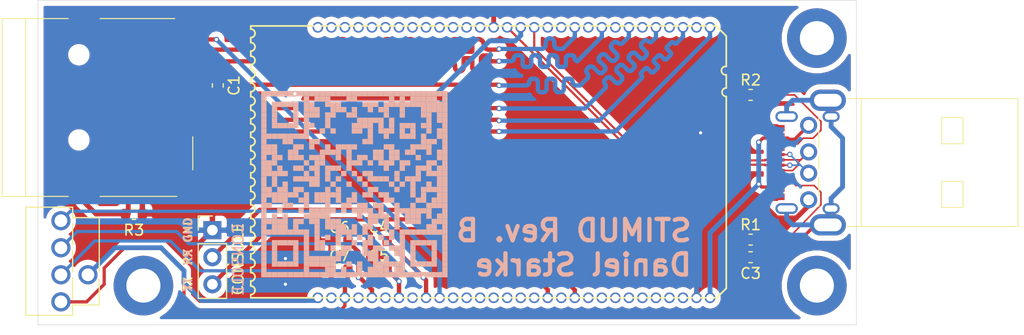
<source format=kicad_pcb>
(kicad_pcb (version 20171130) (host pcbnew "(5.1.5)-3")
  (layers (0 F.Cu signal) (31 B.Cu signal) (34 B.Paste user) (35 F.Paste user) (36 B.SilkS user) (37 F.SilkS user) (38 B.Mask user) (39 F.Mask user) (44 Edge.Cuts user))
  (net 0 "")
  (net 1 /SDC0_D2)
  (net 2 /SDC0_D3)
  (net 3 "Net-(A1-Pad89)")
  (net 4 /SDC0_CMD)
  (net 5 "Net-(A1-Pad90)")
  (net 6 /SDC0_CLK)
  (net 7 "Net-(A1-Pad91)")
  (net 8 /SDC0_D0)
  (net 9 "Net-(A1-Pad92)")
  (net 10 /SDC0_D1)
  (net 11 "Net-(A1-Pad112)")
  (net 12 "Net-(A1-Pad100)")
  (net 13 /3V3)
  (net 14 /USB_D-)
  (net 15 GND)
  (net 16 /USB_D+)
  (net 17 "Net-(A1-Pad113)")
  (net 18 "Net-(A1-Pad128)")
  (net 19 "Net-(A1-Pad114)")
  (net 20 "Net-(A1-Pad1)")
  (net 21 "Net-(A1-Pad119)")
  (net 22 "Net-(A1-Pad2)")
  (net 23 "Net-(A1-Pad120)")
  (net 24 "Net-(A1-Pad3)")
  (net 25 "Net-(A1-Pad121)")
  (net 26 "Net-(A1-Pad4)")
  (net 27 "Net-(A1-Pad124)")
  (net 28 "Net-(A1-Pad5)")
  (net 29 "Net-(A1-Pad125)")
  (net 30 +5V)
  (net 31 "Net-(A1-Pad87)")
  (net 32 "Net-(A1-Pad52)")
  (net 33 "Net-(A1-Pad86)")
  (net 34 "Net-(A1-Pad55)")
  (net 35 "Net-(A1-Pad84)")
  (net 36 "Net-(A1-Pad53)")
  (net 37 "Net-(A1-Pad83)")
  (net 38 /UART0_RX)
  (net 39 "Net-(A1-Pad82)")
  (net 40 /UART0_TX)
  (net 41 "Net-(A1-Pad81)")
  (net 42 "Net-(A1-Pad46)")
  (net 43 "Net-(A1-Pad45)")
  (net 44 "Net-(A1-Pad1V8)")
  (net 45 "Net-(A1-Pad44)")
  (net 46 "Net-(A1-Pad1V2)")
  (net 47 /SDC0_CD)
  (net 48 /SW_8)
  (net 49 "Net-(A1-Pad40)")
  (net 50 /SW_4)
  (net 51 "Net-(A1-Pad39)")
  (net 52 /SW_2)
  (net 53 "Net-(A1-Pad8)")
  (net 54 /SW_1)
  (net 55 "Net-(A1-Pad9)")
  (net 56 /SW_C)
  (net 57 "Net-(C3-Pad2)")
  (net 58 "Net-(J4-PadA8)")
  (net 59 /USB_CC1)
  (net 60 /USB_CC2)
  (net 61 "Net-(J4-PadB8)")
  (net 62 "Net-(A1-Pad3V)")
  (net 63 "Net-(J2-PadS1)")
  (module Resistor_SMD:R_0603_1608Metric (layer F.Cu) (at 85.312 96.2025)
    (fp_text reference R3 (at 0 1.524) (layer F.SilkS))
    (fp_text value 33K)
    (pad 2 smd roundrect (at 0.7875 0) (size 0.875 0.95) (layers F.Cu F.Paste F.Mask) (net 15 GND))
    (pad 1 smd roundrect (at -0.7875 0) (size 0.875 0.95) (layers F.Cu F.Paste F.Mask) (net 63 "Net-(J2-PadS1)"))
  )
  (module Module:Lichee_Pi_Zero (layer F.Cu) (at 96.2848 104.0765)
    (fp_text reference A1 hide)
    (fp_text value Lichee_Pi_Zero hide)
    (pad 101 thru_hole circle (at 43.1292 -25.4) (size 1 1) (drill 0.7) (layers *.Cu *.Mask) (net 1 /SDC0_D2))
    (pad 3V thru_hole circle (at 41.8592 -25.4) (size 1 1) (drill 0.7) (layers *.Cu *.Mask) (net 62 "Net-(A1-Pad3V)"))
    (pad 102 thru_hole circle (at 40.5892 -25.4) (size 1 1) (drill 0.7) (layers *.Cu *.Mask) (net 2 /SDC0_D3))
    (pad 89 thru_hole circle (at 39.3192 -25.4) (size 1 1) (drill 0.7) (layers *.Cu *.Mask) (net 3 "Net-(A1-Pad89)"))
    (pad 103 thru_hole circle (at 38.0492 -25.4) (size 1 1) (drill 0.7) (layers *.Cu *.Mask) (net 4 /SDC0_CMD))
    (pad 90 thru_hole circle (at 36.7792 -25.4) (size 1 1) (drill 0.7) (layers *.Cu *.Mask) (net 5 "Net-(A1-Pad90)"))
    (pad 105 thru_hole circle (at 35.5092 -25.4) (size 1 1) (drill 0.7) (layers *.Cu *.Mask) (net 6 /SDC0_CLK))
    (pad 91 thru_hole circle (at 34.2392 -25.4) (size 1 1) (drill 0.7) (layers *.Cu *.Mask) (net 7 "Net-(A1-Pad91)"))
    (pad 106 thru_hole circle (at 32.9692 -25.4) (size 1 1) (drill 0.7) (layers *.Cu *.Mask) (net 8 /SDC0_D0))
    (pad 92 thru_hole circle (at 31.6992 -25.4) (size 1 1) (drill 0.7) (layers *.Cu *.Mask) (net 9 "Net-(A1-Pad92)"))
    (pad 107 thru_hole circle (at 30.4292 -25.4) (size 1 1) (drill 0.7) (layers *.Cu *.Mask) (net 10 /SDC0_D1))
    (pad 100 thru_hole circle (at 29.1592 -25.4) (size 1 1) (drill 0.7) (layers *.Cu *.Mask) (net 12 "Net-(A1-Pad100)"))
    (pad 112 thru_hole circle (at 27.8892 -25.4) (size 1 1) (drill 0.7) (layers *.Cu *.Mask) (net 11 "Net-(A1-Pad112)"))
    (pad 110 thru_hole circle (at 26.6192 -25.4) (size 1 1) (drill 0.7) (layers *.Cu *.Mask) (net 14 /USB_D-))
    (pad 3V3 thru_hole circle (at 25.3492 -25.4) (size 1 1) (drill 0.7) (layers *.Cu *.Mask) (net 13 /3V3))
    (pad 111 thru_hole circle (at 24.0792 -25.4) (size 1 1) (drill 0.7) (layers *.Cu *.Mask) (net 16 /USB_D+))
    (pad GND thru_hole circle (at 22.8092 -25.4) (size 1 1) (drill 0.7) (layers *.Cu *.Mask) (net 15 GND))
    (pad 113 thru_hole circle (at 21.5392 -25.4) (size 1 1) (drill 0.7) (layers *.Cu *.Mask) (net 17 "Net-(A1-Pad113)"))
    (pad 128 thru_hole circle (at 20.2692 -25.4) (size 1 1) (drill 0.7) (layers *.Cu *.Mask) (net 18 "Net-(A1-Pad128)"))
    (pad 114 thru_hole circle (at 18.9992 -25.4) (size 1 1) (drill 0.7) (layers *.Cu *.Mask) (net 19 "Net-(A1-Pad114)"))
    (pad 1 thru_hole circle (at 17.7292 -25.4) (size 1 1) (drill 0.7) (layers *.Cu *.Mask) (net 20 "Net-(A1-Pad1)"))
    (pad 119 thru_hole circle (at 16.4592 -25.4) (size 1 1) (drill 0.7) (layers *.Cu *.Mask) (net 21 "Net-(A1-Pad119)"))
    (pad 2 thru_hole circle (at 15.1892 -25.4) (size 1 1) (drill 0.7) (layers *.Cu *.Mask) (net 22 "Net-(A1-Pad2)"))
    (pad 120 thru_hole circle (at 13.9192 -25.4) (size 1 1) (drill 0.7) (layers *.Cu *.Mask) (net 23 "Net-(A1-Pad120)"))
    (pad 3 thru_hole circle (at 12.6492 -25.4) (size 1 1) (drill 0.7) (layers *.Cu *.Mask) (net 24 "Net-(A1-Pad3)"))
    (pad 121 thru_hole circle (at 11.3792 -25.4) (size 1 1) (drill 0.7) (layers *.Cu *.Mask) (net 25 "Net-(A1-Pad121)"))
    (pad 4 thru_hole circle (at 10.1092 -25.4) (size 1 1) (drill 0.7) (layers *.Cu *.Mask) (net 26 "Net-(A1-Pad4)"))
    (pad 124 thru_hole circle (at 8.8392 -25.4) (size 1 1) (drill 0.7) (layers *.Cu *.Mask) (net 27 "Net-(A1-Pad124)"))
    (pad 5 thru_hole circle (at 7.5692 -25.4) (size 1 1) (drill 0.7) (layers *.Cu *.Mask) (net 28 "Net-(A1-Pad5)"))
    (pad 125 thru_hole circle (at 6.2992 -25.4) (size 1 1) (drill 0.7) (layers *.Cu *.Mask) (net 29 "Net-(A1-Pad125)"))
    (pad 5V thru_hole circle (at 43.1292 0) (size 1 1) (drill 0.7) (layers *.Cu *.Mask) (net 30 +5V))
    (pad GND thru_hole circle (at 41.8592 0) (size 1 1) (drill 0.7) (layers *.Cu *.Mask) (net 15 GND))
    (pad 54 thru_hole circle (at 40.5892 0) (size 1 1) (drill 0.7) (layers *.Cu *.Mask))
    (pad 87 thru_hole circle (at 39.3192 0) (size 1 1) (drill 0.7) (layers *.Cu *.Mask) (net 31 "Net-(A1-Pad87)"))
    (pad 52 thru_hole circle (at 38.0492 0) (size 1 1) (drill 0.7) (layers *.Cu *.Mask) (net 32 "Net-(A1-Pad52)"))
    (pad 86 thru_hole circle (at 36.7792 0) (size 1 1) (drill 0.7) (layers *.Cu *.Mask) (net 33 "Net-(A1-Pad86)"))
    (pad 55 thru_hole circle (at 35.5092 0) (size 1 1) (drill 0.7) (layers *.Cu *.Mask) (net 34 "Net-(A1-Pad55)"))
    (pad 84 thru_hole circle (at 34.2392 0) (size 1 1) (drill 0.7) (layers *.Cu *.Mask) (net 35 "Net-(A1-Pad84)"))
    (pad 53 thru_hole circle (at 32.9692 0) (size 1 1) (drill 0.7) (layers *.Cu *.Mask) (net 36 "Net-(A1-Pad53)"))
    (pad 83 thru_hole circle (at 31.6992 0) (size 1 1) (drill 0.7) (layers *.Cu *.Mask) (net 37 "Net-(A1-Pad83)"))
    (pad 49 thru_hole circle (at 30.4292 0) (size 1 1) (drill 0.7) (layers *.Cu *.Mask) (net 38 /UART0_RX))
    (pad 82 thru_hole circle (at 29.1592 0) (size 1 1) (drill 0.7) (layers *.Cu *.Mask) (net 39 "Net-(A1-Pad82)"))
    (pad 48 thru_hole circle (at 27.8892 0) (size 1 1) (drill 0.7) (layers *.Cu *.Mask) (net 40 /UART0_TX))
    (pad 81 thru_hole circle (at 26.6192 0) (size 1 1) (drill 0.7) (layers *.Cu *.Mask) (net 41 "Net-(A1-Pad81)"))
    (pad 46 thru_hole circle (at 25.3492 0) (size 1 1) (drill 0.7) (layers *.Cu *.Mask) (net 42 "Net-(A1-Pad46)"))
    (pad 3V3 thru_hole circle (at 24.0792 0) (size 1 1) (drill 0.7) (layers *.Cu *.Mask) (net 13 /3V3))
    (pad 45 thru_hole circle (at 22.8092 0) (size 1 1) (drill 0.7) (layers *.Cu *.Mask) (net 43 "Net-(A1-Pad45)"))
    (pad 1V8 thru_hole circle (at 21.5392 0) (size 1 1) (drill 0.7) (layers *.Cu *.Mask) (net 44 "Net-(A1-Pad1V8)"))
    (pad 44 thru_hole circle (at 20.2692 0) (size 1 1) (drill 0.7) (layers *.Cu *.Mask) (net 45 "Net-(A1-Pad44)"))
    (pad 1V2 thru_hole circle (at 18.9992 0) (size 1 1) (drill 0.7) (layers *.Cu *.Mask) (net 46 "Net-(A1-Pad1V2)"))
    (pad 43 thru_hole circle (at 17.7292 0) (size 1 1) (drill 0.7) (layers *.Cu *.Mask) (net 47 /SDC0_CD))
    (pad 42 thru_hole circle (at 16.4592 0) (size 1 1) (drill 0.7) (layers *.Cu *.Mask) (net 48 /SW_8))
    (pad 40 thru_hole circle (at 15.1892 0) (size 1 1) (drill 0.7) (layers *.Cu *.Mask) (net 49 "Net-(A1-Pad40)"))
    (pad 41 thru_hole circle (at 13.9192 0) (size 1 1) (drill 0.7) (layers *.Cu *.Mask) (net 50 /SW_4))
    (pad 39 thru_hole circle (at 12.6492 0) (size 1 1) (drill 0.7) (layers *.Cu *.Mask) (net 51 "Net-(A1-Pad39)"))
    (pad 10 thru_hole circle (at 11.3792 0) (size 1 1) (drill 0.7) (layers *.Cu *.Mask) (net 52 /SW_2))
    (pad 8 thru_hole circle (at 10.1092 0) (size 1 1) (drill 0.7) (layers *.Cu *.Mask) (net 53 "Net-(A1-Pad8)"))
    (pad 37 thru_hole circle (at 8.8392 0) (size 1 1) (drill 0.7) (layers *.Cu *.Mask) (net 54 /SW_1))
    (pad 9 thru_hole circle (at 7.5692 0) (size 1 1) (drill 0.7) (layers *.Cu *.Mask) (net 55 "Net-(A1-Pad9)"))
    (pad 36 thru_hole circle (at 6.2992 0) (size 1 1) (drill 0.7) (layers *.Cu *.Mask) (net 56 /SW_C))
  )
  (module Symbol:stimud-qr-code (layer B.Cu) (at 106.013 93.4085)
    (fp_text reference STIMUD-QR hide)
    (fp_text value stimud-qr-code hide)
  )
  (module Capacitor_SMD:C_0603_1608Metric (layer F.Cu) (at 104.616 101.4095)
    (fp_text reference C7 (at 0 -1.27) (layer F.SilkS))
    (fp_text value 100n)
    (pad 2 smd roundrect (at 0.7875 0) (size 0.875 0.95) (layers F.Cu F.Paste F.Mask) (net 54 /SW_1))
    (pad 1 smd roundrect (at -0.7875 0) (size 0.875 0.95) (layers F.Cu F.Paste F.Mask) (net 15 GND))
  )
  (module Capacitor_SMD:C_0603_1608Metric (layer F.Cu) (at 104.616 98.7425)
    (fp_text reference C6 (at 0 -1.27) (layer F.SilkS))
    (fp_text value 100n)
    (pad 2 smd roundrect (at 0.7875 0) (size 0.875 0.95) (layers F.Cu F.Paste F.Mask) (net 52 /SW_2))
    (pad 1 smd roundrect (at -0.7875 0) (size 0.875 0.95) (layers F.Cu F.Paste F.Mask) (net 15 GND))
  )
  (module Capacitor_SMD:C_0603_1608Metric (layer F.Cu) (at 108.299 101.4095)
    (fp_text reference C5 (at 0 -1.27) (layer F.SilkS))
    (fp_text value 100n)
    (pad 2 smd roundrect (at 0.7875 0) (size 0.875 0.95) (layers F.Cu F.Paste F.Mask) (net 50 /SW_4))
    (pad 1 smd roundrect (at -0.7875 0) (size 0.875 0.95) (layers F.Cu F.Paste F.Mask) (net 15 GND))
  )
  (module Capacitor_SMD:C_0603_1608Metric (layer F.Cu) (at 108.299 98.7425)
    (fp_text reference C4 (at 0 -1.27) (layer F.SilkS))
    (fp_text value 100n)
    (pad 2 smd roundrect (at 0.7875 0) (size 0.875 0.95) (layers F.Cu F.Paste F.Mask) (net 48 /SW_8))
    (pad 1 smd roundrect (at -0.7875 0) (size 0.875 0.95) (layers F.Cu F.Paste F.Mask) (net 15 GND))
  )
  (module MountingHole:MountingHole_3.2mm_M3_DIN965_Pad (layer F.Cu) (at 86.201 102.9335)
    (fp_text reference H3 hide)
    (fp_text value MountingHole)
    (pad 1 thru_hole circle (at 0 0) (size 5.6 5.6) (drill 3.2) (layers *.Cu *.Mask))
  )
  (module MountingHole:MountingHole_3.2mm_M3_DIN965_Pad (layer F.Cu) (at 149.447 102.9335)
    (fp_text reference H2 hide)
    (fp_text value MountingHole)
    (pad 1 thru_hole circle (at 0 0) (size 5.6 5.6) (drill 3.2) (layers *.Cu *.Mask))
  )
  (module MountingHole:MountingHole_3.2mm_M3_DIN965_Pad (layer F.Cu) (at 149.447 79.6925)
    (fp_text reference H1 hide)
    (fp_text value MountingHole)
    (pad 1 thru_hole circle (at 0 0) (size 5.6 5.6) (drill 3.2) (layers *.Cu *.Mask))
  )
  (module Button_Switch_THT:SW_TH_SC1111 (layer F.Cu) (at 79.724 100.6475 90)
    (fp_text reference SW1 hide)
    (fp_text value SW_Coded_RV4HAF-16R-V-B hide)
    (pad C thru_hole circle (at -1.27 1.27 90) (size 1.8 1.8) (drill 1.2) (layers *.Cu *.Mask) (net 56 /SW_C))
    (pad 8 thru_hole circle (at 3.81 -1.27 90) (size 1.8 1.8) (drill 1.2) (layers *.Cu *.Mask) (net 48 /SW_8))
    (pad 4 thru_hole circle (at 1.27 -1.27 90) (size 1.8 1.8) (drill 1.2) (layers *.Cu *.Mask) (net 50 /SW_4))
    (pad 2 thru_hole circle (at -1.27 -1.27 90) (size 1.8 1.8) (drill 1.2) (layers *.Cu *.Mask) (net 52 /SW_2))
    (pad 1 thru_hole circle (at -3.81 -1.27 90) (size 1.8 1.8) (drill 1.2) (layers *.Cu *.Mask) (net 54 /SW_1))
  )
  (module Connector_Card:microSD_TF-01A (layer F.Cu) (at 85.693 86.1695 270)
    (fp_text reference J2 hide)
    (fp_text value Micro_SD_Card_Det_1 hide)
    (pad S1 smd rect (at -7.747 5.145 270) (size 1.27 2.286) (layers F.Cu F.Paste F.Mask) (net 63 "Net-(J2-PadS1)"))
    (pad S1 smd rect (at 7.747 5.145 270) (size 1.27 2.286) (layers F.Cu F.Paste F.Mask) (net 63 "Net-(J2-PadS1)"))
    (pad S1 smd rect (at 6.985 -4.507 270) (size 1.778 1.397) (layers F.Cu F.Paste F.Mask) (net 63 "Net-(J2-PadS1)"))
    (pad S1 smd rect (at -7.747 -4.507 270) (size 1.27 1.397) (layers F.Cu F.Paste F.Mask) (net 63 "Net-(J2-PadS1)"))
    (pad 9 smd rect (at -6.499 -5.145 270) (size 0.7 2) (layers F.Cu F.Paste F.Mask) (net 47 /SDC0_CD))
    (pad 8 smd rect (at -5.395 -5.145 270) (size 0.7 2) (layers F.Cu F.Paste F.Mask) (net 10 /SDC0_D1))
    (pad 7 smd rect (at -4.297 -5.145 270) (size 0.7 2) (layers F.Cu F.Paste F.Mask) (net 8 /SDC0_D0))
    (pad 6 smd rect (at -3.201 -5.145 270) (size 0.7 2) (layers F.Cu F.Paste F.Mask) (net 15 GND))
    (pad 5 smd rect (at -2.103 -5.145 270) (size 0.7 2) (layers F.Cu F.Paste F.Mask) (net 6 /SDC0_CLK))
    (pad 4 smd rect (at -1.004 -5.145 270) (size 0.7 2) (layers F.Cu F.Paste F.Mask) (net 13 /3V3))
    (pad 3 smd rect (at 0.096 -5.145 270) (size 0.7 2) (layers F.Cu F.Paste F.Mask) (net 4 /SDC0_CMD))
    (pad 2 smd rect (at 1.192 -5.143 270) (size 0.7 2) (layers F.Cu F.Paste F.Mask) (net 2 /SDC0_D3))
    (pad 1 smd rect (at 2.292 -5.145 270) (size 0.7 2) (layers F.Cu F.Paste F.Mask) (net 1 /SDC0_D2))
    (pad "" np_thru_hole circle (at 3.084 5.554 270) (size 1 1) (drill 1) (layers *.Cu *.Mask))
    (pad "" np_thru_hole circle (at -4.915 5.557 270) (size 1 1) (drill 1) (layers *.Cu *.Mask))
  )
  (module Connector_USB:USB_C_HRO_TYPE_C_31_M_12 (layer F.Cu) (at 153.384 91.3765 90)
    (fp_text reference J4 hide)
    (fp_text value USB_C_Receptacle_USB2.0)
    (pad B1 smd rect (at 3.075 -7.695 90) (size 0.3 1.45) (layers F.Cu F.Paste F.Mask) (net 15 GND))
    (pad A9 smd rect (at 2.6 -7.695 90) (size 0.3 1.45) (layers F.Cu F.Paste F.Mask) (net 30 +5V))
    (pad A4 smd rect (at -2.6 -7.695 90) (size 0.3 1.45) (layers F.Cu F.Paste F.Mask) (net 30 +5V))
    (pad A1 smd rect (at -3.375 -7.695 90) (size 0.3 1.45) (layers F.Cu F.Paste F.Mask) (net 15 GND))
    (pad S1 thru_hole oval (at 4.32 -2.6 90) (size 1 1.6) (drill oval 0.6 1.2) (layers *.Cu *.Mask) (net 57 "Net-(C3-Pad2)"))
    (pad S1 thru_hole oval (at -4.32 -2.6 90) (size 1 1.6) (drill oval 0.6 1.2) (layers *.Cu *.Mask) (net 57 "Net-(C3-Pad2)"))
    (pad S1 thru_hole oval (at 4.32 -6.78 90) (size 1 2.1) (drill oval 0.6 1.7) (layers *.Cu *.Mask) (net 57 "Net-(C3-Pad2)"))
    (pad S1 thru_hole oval (at -4.32 -6.78 90) (size 1 2.1) (drill oval 0.6 1.7) (layers *.Cu *.Mask) (net 57 "Net-(C3-Pad2)"))
    (pad "" np_thru_hole circle (at -2.89 -6.25 90) (size 0.65 0.65) (drill 0.65) (layers *.Cu *.Mask))
    (pad "" np_thru_hole circle (at 2.89 -6.25 90) (size 0.65 0.65) (drill 0.65) (layers *.Cu *.Mask))
    (pad A6 smd rect (at -0.25 -7.695 90) (size 0.3 1.45) (layers F.Cu F.Paste F.Mask) (net 16 /USB_D+))
    (pad A7 smd rect (at 0.25 -7.695 90) (size 0.3 1.45) (layers F.Cu F.Paste F.Mask) (net 14 /USB_D-))
    (pad B6 smd rect (at 0.75 -7.695 90) (size 0.3 1.45) (layers F.Cu F.Paste F.Mask) (net 16 /USB_D+))
    (pad B7 smd rect (at -0.75 -7.695 90) (size 0.3 1.45) (layers F.Cu F.Paste F.Mask) (net 14 /USB_D-))
    (pad A8 smd rect (at 1.25 -7.695 90) (size 0.3 1.45) (layers F.Cu F.Paste F.Mask) (net 58 "Net-(J4-PadA8)"))
    (pad A5 smd rect (at -1.25 -7.695 90) (size 0.3 1.45) (layers F.Cu F.Paste F.Mask) (net 59 /USB_CC1))
    (pad B5 smd rect (at 1.75 -7.695 90) (size 0.3 1.45) (layers F.Cu F.Paste F.Mask) (net 60 /USB_CC2))
    (pad B8 smd rect (at -1.75 -7.695 90) (size 0.3 1.45) (layers F.Cu F.Paste F.Mask) (net 61 "Net-(J4-PadB8)"))
    (pad B9 smd rect (at -2.3 -7.695 90) (size 0.3 1.45) (layers F.Cu F.Paste F.Mask) (net 30 +5V))
    (pad B4 smd rect (at 2.3 -7.695 90) (size 0.3 1.45) (layers F.Cu F.Paste F.Mask) (net 30 +5V))
    (pad B12 smd rect (at -3.075 -7.695 90) (size 0.3 1.45) (layers F.Cu F.Paste F.Mask) (net 15 GND))
    (pad A12 smd rect (at 3.375 -7.695 90) (size 0.3 1.45) (layers F.Cu F.Paste F.Mask) (net 15 GND))
  )
  (module Resistor_SMD:R_0603_1608Metric (layer F.Cu) (at 143.224 85.0265)
    (fp_text reference R2 (at 0 -1.397) (layer F.SilkS))
    (fp_text value 5K1)
    (pad 2 smd roundrect (at 0.7875 0) (size 0.875 0.95) (layers F.Cu F.Paste F.Mask) (net 60 /USB_CC2))
    (pad 1 smd roundrect (at -0.7875 0) (size 0.875 0.95) (layers F.Cu F.Paste F.Mask) (net 15 GND))
  )
  (module Resistor_SMD:R_0603_1608Metric (layer F.Cu) (at 143.224 98.6155 180)
    (fp_text reference R1 (at 0 1.397) (layer F.SilkS))
    (fp_text value 5K1)
    (pad 2 smd roundrect (at 0.7875 0 180) (size 0.875 0.95) (layers F.Cu F.Paste F.Mask) (net 15 GND))
    (pad 1 smd roundrect (at -0.7875 0 180) (size 0.875 0.95) (layers F.Cu F.Paste F.Mask) (net 59 /USB_CC1))
  )
  (module Connector_USB:USB_A_TH_AM90 (layer F.Cu) (at 149.574 91.3765 90)
    (fp_text reference J3 hide)
    (fp_text value USB_A hide)
    (pad 5 thru_hole oval (at -5.85 0.9) (size 3.4 2) (drill oval 2.6 1.2) (layers *.Cu *.Mask) (net 57 "Net-(C3-Pad2)"))
    (pad 5 thru_hole oval (at 5.85 0.9) (size 3.400001 2) (drill oval 2.6 1.2) (layers *.Cu *.Mask) (net 57 "Net-(C3-Pad2)"))
    (pad 4 thru_hole circle (at -3.5 -0.9) (size 1.6 1.6) (drill 1) (layers *.Cu *.Mask) (net 15 GND))
    (pad 3 thru_hole circle (at -1 -0.9) (size 1.6 1.6) (drill 1) (layers *.Cu *.Mask) (net 16 /USB_D+))
    (pad 2 thru_hole circle (at 1 -0.9) (size 1.6 1.6) (drill 1) (layers *.Cu *.Mask) (net 14 /USB_D-))
    (pad 1 thru_hole circle (at 3.5 -0.9) (size 1.6 1.6) (drill 1) (layers *.Cu *.Mask) (net 30 +5V))
    (pad "" np_thru_hole circle (at -2.245 0.9 90) (size 1 1) (drill 1) (layers *.Cu *.Mask))
    (pad "" np_thru_hole circle (at 2.245 0.9 90) (size 1 1) (drill 1) (layers *.Cu *.Mask))
  )
  (module Connector_PinHeader_2.54mm:PinHeader_1x03_P2.54mm_Vertical (layer F.Cu) (at 92.678 97.7265)
    (fp_text reference J1 hide)
    (fp_text value Conn_01x03)
    (pad 3 thru_hole oval (at 0 5.08) (size 1.7 1.7) (drill 1) (layers *.Cu *.Mask) (net 40 /UART0_TX))
    (pad 2 thru_hole oval (at 0 2.54) (size 1.7 1.7) (drill 1) (layers *.Cu *.Mask) (net 38 /UART0_RX))
    (pad 1 thru_hole rect (at 0 0) (size 1.7 1.7) (drill 1) (layers *.Cu *.Mask) (net 15 GND))
  )
  (module Capacitor_SMD:C_0603_1608Metric (layer F.Cu) (at 143.224 100.2665)
    (fp_text reference C3 (at 0 1.524) (layer F.SilkS))
    (fp_text value 100n)
    (pad 2 smd roundrect (at 0.7875 0) (size 0.875 0.95) (layers F.Cu F.Paste F.Mask) (net 57 "Net-(C3-Pad2)"))
    (pad 1 smd roundrect (at -0.7875 0) (size 0.875 0.95) (layers F.Cu F.Paste F.Mask) (net 15 GND))
  )
  (module Capacitor_SMD:C_0603_1608Metric (layer F.Cu) (at 93.186 84.1375 270)
    (fp_text reference C1 (at 0 -1.524 90) (layer F.SilkS))
    (fp_text value 100n)
    (pad 2 smd roundrect (at 0.7875 0 270) (size 0.875 0.95) (layers F.Cu F.Paste F.Mask) (net 13 /3V3))
    (pad 1 smd roundrect (at -0.7875 0 270) (size 0.875 0.95) (layers F.Cu F.Paste F.Mask) (net 15 GND))
  )
  (gr_text GND (at 90.392 96.490357 90) (layer B.SilkS) (effects (font (size 0.762 0.762)) (justify left mirror)))
  (gr_text RX (at 90.392 99.447643 90) (layer B.SilkS) (effects (font (size 0.762 0.762)) (justify left mirror)))
  (gr_text TX (at 90.392 102.078357 90) (layer B.SilkS) (effects (font (size 0.762 0.762)) (justify left mirror)))
  (gr_text CONSOLE (at 95.091 96.989976 90) (layer B.SilkS) (effects (font (size 1 1)) (justify left mirror)))
  (gr_text "STIMUD Rev. B\nDaniel Starke" (at 137.89 99.3775) (layer B.SilkS) (effects (font (size 2 2) (thickness 0.4)) (justify left mirror)))
  (gr_line (start 76.295 76.1365) (end 153.157 76.1365) (layer Edge.Cuts) (width 0.05))
  (gr_line (start 76.295 106.6165) (end 76.295 76.1365) (layer Edge.Cuts) (width 0.05))
  (gr_line (start 153.157 106.6165) (end 76.295 106.6165) (layer Edge.Cuts) (width 0.05))
  (gr_line (start 153.157 76.1365) (end 153.157 106.6165) (layer Edge.Cuts) (width 0.05))
  (gr_text CONSOLE (at 95.091 103.9495 90) (layer F.SilkS) (effects (font (size 1 1)) (justify left)))
  (gr_text TX (at 90.392 103.534643 90) (layer F.SilkS) (effects (font (size 0.762 0.762)) (justify left)))
  (gr_text RX (at 90.392 101.085357 90) (layer F.SilkS) (effects (font (size 0.762 0.762)) (justify left)))
  (gr_text GND (at 90.392 98.962643 90) (layer F.SilkS) (effects (font (size 0.762 0.762)) (justify left)))
  (segment (start 90.844 88.4555) (end 90.838 88.4615) (width 0.4064) (layer F.Cu) (net 1))
  (segment (start 90.838 88.4615) (end 119.596 88.4615) (width 0.4064) (layer F.Cu) (net 1))
  (segment (start 119.596 88.4615) (end 119.602 88.4555) (width 0.4064) (layer F.Cu) (net 1))
  (via (at 119.602 88.4555) (size 0.5) (drill 0.3) (layers F.Cu B.Cu) (net 1))
  (segment (start 130.524 88.4555) (end 119.602 88.4555) (width 0.4064) (layer B.Cu) (net 1))
  (segment (start 139.414 78.6765) (end 139.414 79.5655) (width 0.4064) (layer B.Cu) (net 1))
  (segment (start 139.414 79.5655) (end 130.524 88.4555) (width 0.4064) (layer B.Cu) (net 1))
  (segment (start 90.914 87.4395) (end 90.836 87.3615) (width 0.4064) (layer F.Cu) (net 2))
  (segment (start 90.836 87.3615) (end 119.524002 87.3615) (width 0.4064) (layer F.Cu) (net 2))
  (via (at 119.602 87.439498) (size 0.5) (drill 0.3) (layers F.Cu B.Cu) (net 2))
  (segment (start 119.524002 87.3615) (end 119.602 87.439498) (width 0.4064) (layer F.Cu) (net 2))
  (segment (start 134.725911 81.311398) (end 134.682612 81.301516) (width 0.4064) (layer B.Cu) (net 2))
  (segment (start 134.765926 81.330669) (end 134.725911 81.311398) (width 0.4064) (layer B.Cu) (net 2))
  (segment (start 134.80065 81.35836) (end 134.765926 81.330669) (width 0.4064) (layer B.Cu) (net 2))
  (segment (start 135.081141 81.638851) (end 134.80065 81.35836) (width 0.4064) (layer B.Cu) (net 2))
  (segment (start 135.115864 81.666542) (end 135.081141 81.638851) (width 0.4064) (layer B.Cu) (net 2))
  (segment (start 129.000002 87.439498) (end 119.602 87.439498) (width 0.4064) (layer B.Cu) (net 2))
  (segment (start 135.15588 81.685811) (end 135.115864 81.666542) (width 0.4064) (layer B.Cu) (net 2))
  (segment (start 135.411917 80.747091) (end 135.552161 80.887335) (width 0.4064) (layer B.Cu) (net 2))
  (segment (start 134.682612 81.301516) (end 134.638198 81.301516) (width 0.4064) (layer B.Cu) (net 2))
  (segment (start 135.987286 80.109308) (end 135.947271 80.090038) (width 0.4064) (layer B.Cu) (net 2))
  (segment (start 134.023409 82.915878) (end 133.978995 82.915879) (width 0.4064) (layer B.Cu) (net 2))
  (segment (start 133.935696 82.905995) (end 133.89568 82.886726) (width 0.4064) (layer B.Cu) (net 2))
  (segment (start 135.947271 80.090038) (end 135.903971 80.080155) (width 0.4064) (layer B.Cu) (net 2))
  (segment (start 133.462428 82.5217) (end 133.418014 82.5217) (width 0.4064) (layer B.Cu) (net 2))
  (segment (start 132.913529 83.026184) (end 132.913529 83.070597) (width 0.4064) (layer B.Cu) (net 2))
  (segment (start 135.718924 81.063481) (end 135.738195 81.103496) (width 0.4064) (layer B.Cu) (net 2))
  (segment (start 133.860957 82.859035) (end 133.580466 82.578544) (width 0.4064) (layer B.Cu) (net 2))
  (segment (start 133.580466 82.578544) (end 133.545742 82.550853) (width 0.4064) (layer B.Cu) (net 2))
  (segment (start 133.505727 82.531582) (end 133.462428 82.5217) (width 0.4064) (layer B.Cu) (net 2))
  (segment (start 133.418014 82.5217) (end 133.374715 82.531582) (width 0.4064) (layer B.Cu) (net 2))
  (segment (start 135.903971 80.080155) (end 135.859558 80.080155) (width 0.4064) (layer B.Cu) (net 2))
  (segment (start 135.738195 81.103496) (end 135.748076 81.146796) (width 0.4064) (layer B.Cu) (net 2))
  (segment (start 132.913529 83.070597) (end 132.923412 83.113897) (width 0.4064) (layer B.Cu) (net 2))
  (segment (start 134.638198 81.301516) (end 134.594899 81.311398) (width 0.4064) (layer B.Cu) (net 2))
  (segment (start 136.874 78.6765) (end 136.874 79.5655) (width 0.4064) (layer B.Cu) (net 2))
  (segment (start 133.978995 82.915879) (end 133.935696 82.905995) (width 0.4064) (layer B.Cu) (net 2))
  (segment (start 133.545742 82.550853) (end 133.505727 82.531582) (width 0.4064) (layer B.Cu) (net 2))
  (segment (start 133.89568 82.886726) (end 133.860957 82.859035) (width 0.4064) (layer B.Cu) (net 2))
  (segment (start 135.859558 80.080155) (end 135.816259 80.090038) (width 0.4064) (layer B.Cu) (net 2))
  (segment (start 135.748076 81.146796) (end 135.748076 81.19121) (width 0.4064) (layer B.Cu) (net 2))
  (segment (start 132.923412 83.113897) (end 132.942682 83.153912) (width 0.4064) (layer B.Cu) (net 2))
  (segment (start 135.816259 80.090038) (end 135.776244 80.109308) (width 0.4064) (layer B.Cu) (net 2))
  (segment (start 135.748076 81.19121) (end 135.738195 81.234508) (width 0.4064) (layer B.Cu) (net 2))
  (segment (start 132.942682 83.153912) (end 132.998064 83.223358) (width 0.4064) (layer B.Cu) (net 2))
  (segment (start 135.776244 80.109308) (end 135.74152 80.137) (width 0.4064) (layer B.Cu) (net 2))
  (segment (start 135.738195 81.234508) (end 135.718924 81.274523) (width 0.4064) (layer B.Cu) (net 2))
  (segment (start 132.998064 83.223358) (end 133.017334 83.263373) (width 0.4064) (layer B.Cu) (net 2))
  (segment (start 135.74152 80.137) (end 135.411917 80.466602) (width 0.4064) (layer B.Cu) (net 2))
  (segment (start 135.718924 81.274523) (end 135.691232 81.309248) (width 0.4064) (layer B.Cu) (net 2))
  (segment (start 133.017334 83.263373) (end 133.027217 83.306673) (width 0.4064) (layer B.Cu) (net 2))
  (segment (start 135.411917 80.466602) (end 135.384226 80.501325) (width 0.4064) (layer B.Cu) (net 2))
  (segment (start 135.691232 81.309248) (end 135.361631 81.63885) (width 0.4064) (layer B.Cu) (net 2))
  (segment (start 133.027217 83.306673) (end 133.027217 83.351086) (width 0.4064) (layer B.Cu) (net 2))
  (segment (start 135.384226 80.501325) (end 135.364956 80.54134) (width 0.4064) (layer B.Cu) (net 2))
  (segment (start 135.361631 81.63885) (end 135.326908 81.666541) (width 0.4064) (layer B.Cu) (net 2))
  (segment (start 133.027217 83.351086) (end 133.017334 83.394385) (width 0.4064) (layer B.Cu) (net 2))
  (segment (start 135.364956 80.54134) (end 135.355073 80.58464) (width 0.4064) (layer B.Cu) (net 2))
  (segment (start 135.326908 81.666541) (end 135.286892 81.685812) (width 0.4064) (layer B.Cu) (net 2))
  (segment (start 133.017334 83.394385) (end 132.998064 83.4344) (width 0.4064) (layer B.Cu) (net 2))
  (segment (start 135.355073 80.58464) (end 135.355073 80.629053) (width 0.4064) (layer B.Cu) (net 2))
  (segment (start 135.286892 81.685812) (end 135.243593 81.695694) (width 0.4064) (layer B.Cu) (net 2))
  (segment (start 132.998064 83.4344) (end 132.970373 83.469124) (width 0.4064) (layer B.Cu) (net 2))
  (segment (start 135.355073 80.629053) (end 135.364956 80.672353) (width 0.4064) (layer B.Cu) (net 2))
  (segment (start 135.243593 81.695694) (end 135.199179 81.695695) (width 0.4064) (layer B.Cu) (net 2))
  (segment (start 132.970373 83.469124) (end 129.000002 87.439498) (width 0.4064) (layer B.Cu) (net 2))
  (segment (start 135.364956 80.672353) (end 135.384226 80.712368) (width 0.4064) (layer B.Cu) (net 2))
  (segment (start 135.199179 81.695695) (end 135.15588 81.685811) (width 0.4064) (layer B.Cu) (net 2))
  (segment (start 135.384226 80.712368) (end 135.411917 80.747091) (width 0.4064) (layer B.Cu) (net 2))
  (segment (start 136.056734 80.164691) (end 135.987286 80.109308) (width 0.4064) (layer B.Cu) (net 2))
  (segment (start 134.594899 81.311398) (end 134.554884 81.330669) (width 0.4064) (layer B.Cu) (net 2))
  (segment (start 136.267776 80.164691) (end 136.227761 80.183961) (width 0.4064) (layer B.Cu) (net 2))
  (segment (start 134.554884 81.330669) (end 134.52016 81.35836) (width 0.4064) (layer B.Cu) (net 2))
  (segment (start 136.096749 80.183961) (end 136.056734 80.164691) (width 0.4064) (layer B.Cu) (net 2))
  (segment (start 134.52016 81.35836) (end 134.190557 81.687962) (width 0.4064) (layer B.Cu) (net 2))
  (segment (start 136.140048 80.193844) (end 136.096749 80.183961) (width 0.4064) (layer B.Cu) (net 2))
  (segment (start 134.190557 81.687962) (end 134.162866 81.722685) (width 0.4064) (layer B.Cu) (net 2))
  (segment (start 136.3025 80.137) (end 136.267776 80.164691) (width 0.4064) (layer B.Cu) (net 2))
  (segment (start 134.162866 81.722685) (end 134.143596 81.7627) (width 0.4064) (layer B.Cu) (net 2))
  (segment (start 136.184461 80.193844) (end 136.140048 80.193844) (width 0.4064) (layer B.Cu) (net 2))
  (segment (start 134.143596 81.7627) (end 134.133713 81.806) (width 0.4064) (layer B.Cu) (net 2))
  (segment (start 136.227761 80.183961) (end 136.184461 80.193844) (width 0.4064) (layer B.Cu) (net 2))
  (segment (start 134.133713 81.806) (end 134.133713 81.850413) (width 0.4064) (layer B.Cu) (net 2))
  (segment (start 136.874 79.5655) (end 136.3025 80.137) (width 0.4064) (layer B.Cu) (net 2))
  (segment (start 134.133713 81.850413) (end 134.143596 81.893713) (width 0.4064) (layer B.Cu) (net 2))
  (segment (start 134.143596 81.893713) (end 134.162866 81.933728) (width 0.4064) (layer B.Cu) (net 2))
  (segment (start 134.162866 81.933728) (end 134.190557 81.968451) (width 0.4064) (layer B.Cu) (net 2))
  (segment (start 134.190557 81.968451) (end 134.471048 82.248942) (width 0.4064) (layer B.Cu) (net 2))
  (segment (start 134.471048 82.248942) (end 134.49874 82.283665) (width 0.4064) (layer B.Cu) (net 2))
  (segment (start 134.49874 82.283665) (end 134.518011 82.32368) (width 0.4064) (layer B.Cu) (net 2))
  (segment (start 134.518011 82.32368) (end 134.527892 82.36698) (width 0.4064) (layer B.Cu) (net 2))
  (segment (start 134.527892 82.36698) (end 134.527892 82.411394) (width 0.4064) (layer B.Cu) (net 2))
  (segment (start 134.527892 82.411394) (end 134.518011 82.454692) (width 0.4064) (layer B.Cu) (net 2))
  (segment (start 134.518011 82.454692) (end 134.49874 82.494707) (width 0.4064) (layer B.Cu) (net 2))
  (segment (start 134.49874 82.494707) (end 134.471048 82.529432) (width 0.4064) (layer B.Cu) (net 2))
  (segment (start 134.471048 82.529432) (end 134.141447 82.859034) (width 0.4064) (layer B.Cu) (net 2))
  (segment (start 134.141447 82.859034) (end 134.106724 82.886725) (width 0.4064) (layer B.Cu) (net 2))
  (segment (start 134.106724 82.886725) (end 134.066708 82.905996) (width 0.4064) (layer B.Cu) (net 2))
  (segment (start 134.066708 82.905996) (end 134.023409 82.915878) (width 0.4064) (layer B.Cu) (net 2))
  (segment (start 133.374715 82.531582) (end 133.3347 82.550853) (width 0.4064) (layer B.Cu) (net 2))
  (segment (start 133.3347 82.550853) (end 133.299976 82.578544) (width 0.4064) (layer B.Cu) (net 2))
  (segment (start 133.299976 82.578544) (end 132.970373 82.908146) (width 0.4064) (layer B.Cu) (net 2))
  (segment (start 135.552161 80.887335) (end 135.550987 80.888513) (width 0.4064) (layer B.Cu) (net 2))
  (segment (start 132.970373 82.908146) (end 132.942682 82.942869) (width 0.4064) (layer B.Cu) (net 2))
  (segment (start 135.550987 80.888513) (end 135.691232 81.028758) (width 0.4064) (layer B.Cu) (net 2))
  (segment (start 132.942682 82.942869) (end 132.923412 82.982884) (width 0.4064) (layer B.Cu) (net 2))
  (segment (start 135.691232 81.028758) (end 135.718924 81.063481) (width 0.4064) (layer B.Cu) (net 2))
  (segment (start 132.923412 82.982884) (end 132.913529 83.026184) (width 0.4064) (layer B.Cu) (net 2))
  (via (at 119.602002 86.2965) (size 0.5) (drill 0.3) (layers F.Cu B.Cu) (net 4))
  (segment (start 119.571002 86.2655) (end 119.602002 86.2965) (width 0.4064) (layer F.Cu) (net 4))
  (segment (start 90.838 86.2655) (end 119.571002 86.2655) (width 0.4064) (layer F.Cu) (net 4))
  (segment (start 127.6665 86.2965) (end 119.602002 86.2965) (width 0.4064) (layer B.Cu) (net 4))
  (segment (start 128.820738 85.142262) (end 127.6665 86.2965) (width 0.4064) (layer B.Cu) (net 4))
  (segment (start 129.547375 84.415623) (end 128.820738 85.142262) (width 0.4064) (layer B.Cu) (net 4))
  (segment (start 129.587277 84.365587) (end 129.547375 84.415623) (width 0.4064) (layer B.Cu) (net 4))
  (segment (start 129.615045 84.307925) (end 129.587277 84.365587) (width 0.4064) (layer B.Cu) (net 4))
  (segment (start 129.629287 84.245531) (end 129.615045 84.307925) (width 0.4064) (layer B.Cu) (net 4))
  (segment (start 129.629287 84.181532) (end 129.629287 84.245531) (width 0.4064) (layer B.Cu) (net 4))
  (segment (start 129.615045 84.119137) (end 129.629287 84.181532) (width 0.4064) (layer B.Cu) (net 4))
  (segment (start 129.587277 84.061476) (end 129.615045 84.119137) (width 0.4064) (layer B.Cu) (net 4))
  (segment (start 129.507472 83.961403) (end 129.587277 84.061476) (width 0.4064) (layer B.Cu) (net 4))
  (segment (start 129.479704 83.903742) (end 129.507472 83.961403) (width 0.4064) (layer B.Cu) (net 4))
  (segment (start 129.465463 83.841348) (end 129.479704 83.903742) (width 0.4064) (layer B.Cu) (net 4))
  (segment (start 129.465463 83.777349) (end 129.465463 83.841348) (width 0.4064) (layer B.Cu) (net 4))
  (segment (start 129.479704 83.714954) (end 129.465463 83.777349) (width 0.4064) (layer B.Cu) (net 4))
  (segment (start 129.507472 83.657293) (end 129.479704 83.714954) (width 0.4064) (layer B.Cu) (net 4))
  (segment (start 129.547375 83.607256) (end 129.507472 83.657293) (width 0.4064) (layer B.Cu) (net 4))
  (segment (start 129.717928 83.436704) (end 129.547375 83.607256) (width 0.4064) (layer B.Cu) (net 4))
  (segment (start 129.767965 83.396801) (end 129.717928 83.436704) (width 0.4064) (layer B.Cu) (net 4))
  (segment (start 129.825626 83.369033) (end 129.767965 83.396801) (width 0.4064) (layer B.Cu) (net 4))
  (segment (start 129.88802 83.354792) (end 129.825626 83.369033) (width 0.4064) (layer B.Cu) (net 4))
  (segment (start 129.952019 83.354792) (end 129.88802 83.354792) (width 0.4064) (layer B.Cu) (net 4))
  (segment (start 130.014414 83.369033) (end 129.952019 83.354792) (width 0.4064) (layer B.Cu) (net 4))
  (segment (start 130.072075 83.396801) (end 130.014414 83.369033) (width 0.4064) (layer B.Cu) (net 4))
  (segment (start 130.122112 83.436704) (end 130.072075 83.396801) (width 0.4064) (layer B.Cu) (net 4))
  (segment (start 130.526296 83.840889) (end 130.122112 83.436704) (width 0.4064) (layer B.Cu) (net 4))
  (segment (start 130.576333 83.880792) (end 130.526296 83.840889) (width 0.4064) (layer B.Cu) (net 4))
  (segment (start 130.633993 83.908561) (end 130.576333 83.880792) (width 0.4064) (layer B.Cu) (net 4))
  (segment (start 130.696388 83.922801) (end 130.633993 83.908561) (width 0.4064) (layer B.Cu) (net 4))
  (segment (start 130.760386 83.922802) (end 130.696388 83.922801) (width 0.4064) (layer B.Cu) (net 4))
  (segment (start 130.822781 83.908561) (end 130.760386 83.922802) (width 0.4064) (layer B.Cu) (net 4))
  (segment (start 130.880443 83.880792) (end 130.822781 83.908561) (width 0.4064) (layer B.Cu) (net 4))
  (segment (start 130.93048 83.840889) (end 130.880443 83.880792) (width 0.4064) (layer B.Cu) (net 4))
  (segment (start 131.101031 83.670337) (end 130.93048 83.840889) (width 0.4064) (layer B.Cu) (net 4))
  (segment (start 132.250961 81.05585) (end 132.186962 81.05585) (width 0.4064) (layer B.Cu) (net 4))
  (segment (start 131.140934 83.6203) (end 131.101031 83.670337) (width 0.4064) (layer B.Cu) (net 4))
  (segment (start 132.313356 81.070091) (end 132.250961 81.05585) (width 0.4064) (layer B.Cu) (net 4))
  (segment (start 131.168703 83.562638) (end 131.140934 83.6203) (width 0.4064) (layer B.Cu) (net 4))
  (segment (start 132.371017 81.097859) (end 132.313356 81.070091) (width 0.4064) (layer B.Cu) (net 4))
  (segment (start 131.182943 83.500245) (end 131.168703 83.562638) (width 0.4064) (layer B.Cu) (net 4))
  (segment (start 132.421054 81.137762) (end 132.371017 81.097859) (width 0.4064) (layer B.Cu) (net 4))
  (segment (start 131.182944 83.436245) (end 131.182943 83.500245) (width 0.4064) (layer B.Cu) (net 4))
  (segment (start 132.825238 81.541947) (end 132.421054 81.137762) (width 0.4064) (layer B.Cu) (net 4))
  (segment (start 131.168703 83.37385) (end 131.182944 83.436245) (width 0.4064) (layer B.Cu) (net 4))
  (segment (start 132.875275 81.58185) (end 132.825238 81.541947) (width 0.4064) (layer B.Cu) (net 4))
  (segment (start 131.140934 83.31619) (end 131.168703 83.37385) (width 0.4064) (layer B.Cu) (net 4))
  (segment (start 132.932935 81.609619) (end 132.875275 81.58185) (width 0.4064) (layer B.Cu) (net 4))
  (segment (start 131.101031 83.266153) (end 131.140934 83.31619) (width 0.4064) (layer B.Cu) (net 4))
  (segment (start 132.99533 81.623859) (end 132.932935 81.609619) (width 0.4064) (layer B.Cu) (net 4))
  (segment (start 130.696846 82.861969) (end 131.101031 83.266153) (width 0.4064) (layer B.Cu) (net 4))
  (segment (start 133.059328 81.62386) (end 132.99533 81.623859) (width 0.4064) (layer B.Cu) (net 4))
  (segment (start 130.656943 82.811932) (end 130.696846 82.861969) (width 0.4064) (layer B.Cu) (net 4))
  (segment (start 133.121723 81.609619) (end 133.059328 81.62386) (width 0.4064) (layer B.Cu) (net 4))
  (segment (start 130.629175 82.754271) (end 130.656943 82.811932) (width 0.4064) (layer B.Cu) (net 4))
  (segment (start 133.179385 81.58185) (end 133.121723 81.609619) (width 0.4064) (layer B.Cu) (net 4))
  (segment (start 130.614934 82.691877) (end 130.629175 82.754271) (width 0.4064) (layer B.Cu) (net 4))
  (segment (start 133.229422 81.541947) (end 133.179385 81.58185) (width 0.4064) (layer B.Cu) (net 4))
  (segment (start 130.614934 82.627878) (end 130.614934 82.691877) (width 0.4064) (layer B.Cu) (net 4))
  (segment (start 133.399973 81.371395) (end 133.229422 81.541947) (width 0.4064) (layer B.Cu) (net 4))
  (segment (start 130.629175 82.565483) (end 130.614934 82.627878) (width 0.4064) (layer B.Cu) (net 4))
  (segment (start 133.439876 81.321358) (end 133.399973 81.371395) (width 0.4064) (layer B.Cu) (net 4))
  (segment (start 130.656943 82.507822) (end 130.629175 82.565483) (width 0.4064) (layer B.Cu) (net 4))
  (segment (start 133.467645 81.263696) (end 133.439876 81.321358) (width 0.4064) (layer B.Cu) (net 4))
  (segment (start 130.696846 82.457785) (end 130.656943 82.507822) (width 0.4064) (layer B.Cu) (net 4))
  (segment (start 133.481885 81.201303) (end 133.467645 81.263696) (width 0.4064) (layer B.Cu) (net 4))
  (segment (start 130.867399 82.287233) (end 130.696846 82.457785) (width 0.4064) (layer B.Cu) (net 4))
  (segment (start 133.481886 81.137303) (end 133.481885 81.201303) (width 0.4064) (layer B.Cu) (net 4))
  (segment (start 130.917436 82.24733) (end 130.867399 82.287233) (width 0.4064) (layer B.Cu) (net 4))
  (segment (start 133.467645 81.074908) (end 133.481886 81.137303) (width 0.4064) (layer B.Cu) (net 4))
  (segment (start 130.975097 82.219562) (end 130.917436 82.24733) (width 0.4064) (layer B.Cu) (net 4))
  (segment (start 133.439876 81.017248) (end 133.467645 81.074908) (width 0.4064) (layer B.Cu) (net 4))
  (segment (start 131.037491 82.205321) (end 130.975097 82.219562) (width 0.4064) (layer B.Cu) (net 4))
  (segment (start 133.399973 80.967211) (end 133.439876 81.017248) (width 0.4064) (layer B.Cu) (net 4))
  (segment (start 131.10149 82.205321) (end 131.037491 82.205321) (width 0.4064) (layer B.Cu) (net 4))
  (segment (start 133.197881 80.765119) (end 133.399973 80.967211) (width 0.4064) (layer B.Cu) (net 4))
  (segment (start 131.163885 82.219562) (end 131.10149 82.205321) (width 0.4064) (layer B.Cu) (net 4))
  (segment (start 133.20792 80.755077) (end 133.197881 80.765119) (width 0.4064) (layer B.Cu) (net 4))
  (segment (start 131.806414 81.662461) (end 131.846317 81.712498) (width 0.4064) (layer B.Cu) (net 4))
  (segment (start 131.221546 82.24733) (end 131.163885 82.219562) (width 0.4064) (layer B.Cu) (net 4))
  (segment (start 133.005829 80.552986) (end 133.20792 80.755077) (width 0.4064) (layer B.Cu) (net 4))
  (segment (start 131.271583 82.287233) (end 131.221546 82.24733) (width 0.4064) (layer B.Cu) (net 4))
  (segment (start 133.530529 79.938347) (end 133.472868 79.910579) (width 0.4064) (layer B.Cu) (net 4))
  (segment (start 132.318174 82.224379) (end 132.332415 82.286774) (width 0.4064) (layer B.Cu) (net 4))
  (segment (start 133.630602 80.018152) (end 133.530529 79.938347) (width 0.4064) (layer B.Cu) (net 4))
  (segment (start 132.290405 82.166719) (end 132.318174 82.224379) (width 0.4064) (layer B.Cu) (net 4))
  (segment (start 133.688264 80.04592) (end 133.630602 80.018152) (width 0.4064) (layer B.Cu) (net 4))
  (segment (start 131.846317 81.712498) (end 132.250502 82.116682) (width 0.4064) (layer B.Cu) (net 4))
  (segment (start 133.750658 80.060162) (end 133.688264 80.04592) (width 0.4064) (layer B.Cu) (net 4))
  (segment (start 133.814657 80.060162) (end 133.750658 80.060162) (width 0.4064) (layer B.Cu) (net 4))
  (segment (start 134.334 79.629) (end 133.98475 79.97825) (width 0.4064) (layer B.Cu) (net 4))
  (segment (start 134.334 78.6765) (end 134.334 79.629) (width 0.4064) (layer B.Cu) (net 4))
  (segment (start 133.472868 79.910579) (end 133.410473 79.896337) (width 0.4064) (layer B.Cu) (net 4))
  (segment (start 132.332415 82.286774) (end 132.332414 82.350774) (width 0.4064) (layer B.Cu) (net 4))
  (segment (start 132.186962 81.05585) (end 132.124568 81.070091) (width 0.4064) (layer B.Cu) (net 4))
  (segment (start 133.98475 79.97825) (end 133.934713 80.018152) (width 0.4064) (layer B.Cu) (net 4))
  (segment (start 132.965926 80.502949) (end 133.005829 80.552986) (width 0.4064) (layer B.Cu) (net 4))
  (segment (start 131.764405 81.478407) (end 131.764405 81.542406) (width 0.4064) (layer B.Cu) (net 4))
  (segment (start 131.675767 82.691418) (end 131.271583 82.287233) (width 0.4064) (layer B.Cu) (net 4))
  (segment (start 133.877052 80.04592) (end 133.814657 80.060162) (width 0.4064) (layer B.Cu) (net 4))
  (segment (start 133.934713 80.018152) (end 133.877052 80.04592) (width 0.4064) (layer B.Cu) (net 4))
  (segment (start 133.410473 79.896337) (end 133.346474 79.896337) (width 0.4064) (layer B.Cu) (net 4))
  (segment (start 132.332414 82.350774) (end 132.318174 82.413167) (width 0.4064) (layer B.Cu) (net 4))
  (segment (start 132.318174 82.413167) (end 132.290405 82.470829) (width 0.4064) (layer B.Cu) (net 4))
  (segment (start 133.28408 79.910579) (end 133.226418 79.938347) (width 0.4064) (layer B.Cu) (net 4))
  (segment (start 132.290405 82.470829) (end 132.250502 82.520866) (width 0.4064) (layer B.Cu) (net 4))
  (segment (start 133.226418 79.938347) (end 133.176382 79.97825) (width 0.4064) (layer B.Cu) (net 4))
  (segment (start 132.250502 82.520866) (end 132.079951 82.691418) (width 0.4064) (layer B.Cu) (net 4))
  (segment (start 133.176382 79.97825) (end 133.005829 80.148802) (width 0.4064) (layer B.Cu) (net 4))
  (segment (start 132.079951 82.691418) (end 132.029914 82.731321) (width 0.4064) (layer B.Cu) (net 4))
  (segment (start 133.005829 80.148802) (end 132.965926 80.198839) (width 0.4064) (layer B.Cu) (net 4))
  (segment (start 132.029914 82.731321) (end 131.972252 82.75909) (width 0.4064) (layer B.Cu) (net 4))
  (segment (start 132.965926 80.198839) (end 132.938158 80.2565) (width 0.4064) (layer B.Cu) (net 4))
  (segment (start 131.972252 82.75909) (end 131.909857 82.773331) (width 0.4064) (layer B.Cu) (net 4))
  (segment (start 132.938158 80.2565) (end 132.923917 80.318895) (width 0.4064) (layer B.Cu) (net 4))
  (segment (start 131.764405 81.542406) (end 131.778646 81.6048) (width 0.4064) (layer B.Cu) (net 4))
  (segment (start 131.909857 82.773331) (end 131.845859 82.77333) (width 0.4064) (layer B.Cu) (net 4))
  (segment (start 132.923917 80.318895) (end 132.923917 80.382894) (width 0.4064) (layer B.Cu) (net 4))
  (segment (start 131.778646 81.6048) (end 131.806414 81.662461) (width 0.4064) (layer B.Cu) (net 4))
  (segment (start 131.845859 82.77333) (end 131.783464 82.75909) (width 0.4064) (layer B.Cu) (net 4))
  (segment (start 132.923917 80.382894) (end 132.938158 80.445288) (width 0.4064) (layer B.Cu) (net 4))
  (segment (start 131.783464 82.75909) (end 131.725804 82.731321) (width 0.4064) (layer B.Cu) (net 4))
  (segment (start 132.938158 80.445288) (end 132.965926 80.502949) (width 0.4064) (layer B.Cu) (net 4))
  (segment (start 131.725804 82.731321) (end 131.675767 82.691418) (width 0.4064) (layer B.Cu) (net 4))
  (segment (start 132.124568 81.070091) (end 132.066907 81.097859) (width 0.4064) (layer B.Cu) (net 4))
  (segment (start 132.066907 81.097859) (end 132.01687 81.137762) (width 0.4064) (layer B.Cu) (net 4))
  (segment (start 132.01687 81.137762) (end 131.846317 81.308314) (width 0.4064) (layer B.Cu) (net 4))
  (segment (start 131.846317 81.308314) (end 131.806414 81.358351) (width 0.4064) (layer B.Cu) (net 4))
  (segment (start 131.806414 81.358351) (end 131.778646 81.416012) (width 0.4064) (layer B.Cu) (net 4))
  (segment (start 131.778646 81.416012) (end 131.764405 81.478407) (width 0.4064) (layer B.Cu) (net 4))
  (segment (start 133.346474 79.896337) (end 133.28408 79.910579) (width 0.4064) (layer B.Cu) (net 4))
  (segment (start 132.250502 82.116682) (end 132.290405 82.166719) (width 0.4064) (layer B.Cu) (net 4))
  (segment (start 92.09241 84.06691) (end 94.27259 84.06691) (width 0.254) (layer F.Cu) (net 6))
  (segment (start 90.838 84.0665) (end 92.092 84.0665) (width 0.254) (layer F.Cu) (net 6))
  (segment (start 92.092 84.0665) (end 92.09241 84.06691) (width 0.254) (layer F.Cu) (net 6))
  (via (at 119.602 84.1375) (size 0.5) (drill 0.3) (layers F.Cu B.Cu) (net 6))
  (segment (start 94.27259 84.06691) (end 119.53141 84.06691) (width 0.4064) (layer F.Cu) (net 6))
  (segment (start 119.53141 84.06691) (end 119.602 84.1375) (width 0.4064) (layer F.Cu) (net 6))
  (segment (start 124.178658 83.569324) (end 124.128167 83.619815) (width 0.4064) (layer B.Cu) (net 6))
  (segment (start 124.239118 83.531335) (end 124.178658 83.569324) (width 0.4064) (layer B.Cu) (net 6))
  (segment (start 124.306515 83.507751) (end 124.239118 83.531335) (width 0.4064) (layer B.Cu) (net 6))
  (segment (start 124.377471 83.499757) (end 124.306515 83.507751) (width 0.4064) (layer B.Cu) (net 6))
  (segment (start 124.552529 83.499757) (end 124.377471 83.499757) (width 0.4064) (layer B.Cu) (net 6))
  (segment (start 124.623484 83.507751) (end 124.552529 83.499757) (width 0.4064) (layer B.Cu) (net 6))
  (segment (start 124.690881 83.531335) (end 124.623484 83.507751) (width 0.4064) (layer B.Cu) (net 6))
  (segment (start 124.751341 83.569324) (end 124.690881 83.531335) (width 0.4064) (layer B.Cu) (net 6))
  (segment (start 124.801832 83.619815) (end 124.751341 83.569324) (width 0.4064) (layer B.Cu) (net 6))
  (segment (start 124.839821 83.680275) (end 124.801832 83.619815) (width 0.4064) (layer B.Cu) (net 6))
  (segment (start 124.863405 83.747672) (end 124.839821 83.680275) (width 0.4064) (layer B.Cu) (net 6))
  (segment (start 124.8714 83.818628) (end 124.863405 83.747672) (width 0.4064) (layer B.Cu) (net 6))
  (segment (start 124.8714 84.456372) (end 124.8714 83.818628) (width 0.4064) (layer B.Cu) (net 6))
  (segment (start 124.879394 84.527328) (end 124.8714 84.456372) (width 0.4064) (layer B.Cu) (net 6))
  (segment (start 124.902978 84.594725) (end 124.879394 84.527328) (width 0.4064) (layer B.Cu) (net 6))
  (segment (start 124.940967 84.655185) (end 124.902978 84.594725) (width 0.4064) (layer B.Cu) (net 6))
  (segment (start 124.991458 84.705676) (end 124.940967 84.655185) (width 0.4064) (layer B.Cu) (net 6))
  (segment (start 125.051918 84.743665) (end 124.991458 84.705676) (width 0.4064) (layer B.Cu) (net 6))
  (segment (start 125.119315 84.767249) (end 125.051918 84.743665) (width 0.4064) (layer B.Cu) (net 6))
  (segment (start 125.190271 84.775243) (end 125.119315 84.767249) (width 0.4064) (layer B.Cu) (net 6))
  (segment (start 125.365329 84.775243) (end 125.190271 84.775243) (width 0.4064) (layer B.Cu) (net 6))
  (segment (start 125.436284 84.767249) (end 125.365329 84.775243) (width 0.4064) (layer B.Cu) (net 6))
  (segment (start 125.503681 84.743665) (end 125.436284 84.767249) (width 0.4064) (layer B.Cu) (net 6))
  (segment (start 125.564141 84.705676) (end 125.503681 84.743665) (width 0.4064) (layer B.Cu) (net 6))
  (segment (start 125.614632 84.655185) (end 125.564141 84.705676) (width 0.4064) (layer B.Cu) (net 6))
  (segment (start 125.652621 84.594725) (end 125.614632 84.655185) (width 0.4064) (layer B.Cu) (net 6))
  (segment (start 125.676205 84.527328) (end 125.652621 84.594725) (width 0.4064) (layer B.Cu) (net 6))
  (segment (start 125.6842 84.456372) (end 125.676205 84.527328) (width 0.4064) (layer B.Cu) (net 6))
  (segment (start 125.6842 84.1375) (end 125.6842 84.456372) (width 0.4064) (layer B.Cu) (net 6))
  (segment (start 125.690329 84.1375) (end 125.6842 84.1375) (width 0.4064) (layer B.Cu) (net 6))
  (segment (start 125.690329 83.818629) (end 125.690329 84.1375) (width 0.4064) (layer B.Cu) (net 6))
  (segment (start 125.698323 83.747672) (end 125.690329 83.818629) (width 0.4064) (layer B.Cu) (net 6))
  (segment (start 125.721907 83.680275) (end 125.698323 83.747672) (width 0.4064) (layer B.Cu) (net 6))
  (segment (start 125.759896 83.619815) (end 125.721907 83.680275) (width 0.4064) (layer B.Cu) (net 6))
  (segment (start 125.810387 83.569324) (end 125.759896 83.619815) (width 0.4064) (layer B.Cu) (net 6))
  (segment (start 125.870847 83.531335) (end 125.810387 83.569324) (width 0.4064) (layer B.Cu) (net 6))
  (segment (start 125.938244 83.507751) (end 125.870847 83.531335) (width 0.4064) (layer B.Cu) (net 6))
  (segment (start 126.0092 83.499757) (end 125.938244 83.507751) (width 0.4064) (layer B.Cu) (net 6))
  (segment (start 126.184258 83.499757) (end 126.0092 83.499757) (width 0.4064) (layer B.Cu) (net 6))
  (segment (start 126.255213 83.507751) (end 126.184258 83.499757) (width 0.4064) (layer B.Cu) (net 6))
  (segment (start 126.32261 83.531335) (end 126.255213 83.507751) (width 0.4064) (layer B.Cu) (net 6))
  (segment (start 126.38307 83.569324) (end 126.32261 83.531335) (width 0.4064) (layer B.Cu) (net 6))
  (segment (start 126.433561 83.619815) (end 126.38307 83.569324) (width 0.4064) (layer B.Cu) (net 6))
  (segment (start 126.47155 83.680275) (end 126.433561 83.619815) (width 0.4064) (layer B.Cu) (net 6))
  (segment (start 126.495134 83.747672) (end 126.47155 83.680275) (width 0.4064) (layer B.Cu) (net 6))
  (segment (start 126.511123 83.889584) (end 126.495134 83.747672) (width 0.4064) (layer B.Cu) (net 6))
  (segment (start 126.534707 83.956981) (end 126.511123 83.889584) (width 0.4064) (layer B.Cu) (net 6))
  (segment (start 126.572696 84.017441) (end 126.534707 83.956981) (width 0.4064) (layer B.Cu) (net 6))
  (segment (start 126.623187 84.067932) (end 126.572696 84.017441) (width 0.4064) (layer B.Cu) (net 6))
  (segment (start 126.683647 84.105921) (end 126.623187 84.067932) (width 0.4064) (layer B.Cu) (net 6))
  (segment (start 126.751044 84.129505) (end 126.683647 84.105921) (width 0.4064) (layer B.Cu) (net 6))
  (segment (start 126.822 84.1375) (end 126.751044 84.129505) (width 0.4064) (layer B.Cu) (net 6))
  (segment (start 129.356564 81.199414) (end 129.28695 81.215303) (width 0.4064) (layer B.Cu) (net 6))
  (segment (start 129.427968 81.199414) (end 129.356564 81.199414) (width 0.4064) (layer B.Cu) (net 6))
  (segment (start 129.497583 81.215303) (end 129.427968 81.199414) (width 0.4064) (layer B.Cu) (net 6))
  (segment (start 129.561916 81.246284) (end 129.497583 81.215303) (width 0.4064) (layer B.Cu) (net 6))
  (segment (start 129.617742 81.290804) (end 129.561916 81.246284) (width 0.4064) (layer B.Cu) (net 6))
  (segment (start 130.068696 81.741759) (end 129.617742 81.290804) (width 0.4064) (layer B.Cu) (net 6))
  (segment (start 130.124522 81.786279) (end 130.068696 81.741759) (width 0.4064) (layer B.Cu) (net 6))
  (segment (start 130.188855 81.817261) (end 130.124522 81.786279) (width 0.4064) (layer B.Cu) (net 6))
  (segment (start 130.25847 81.833149) (end 130.188855 81.817261) (width 0.4064) (layer B.Cu) (net 6))
  (segment (start 130.329874 81.833149) (end 130.25847 81.833149) (width 0.4064) (layer B.Cu) (net 6))
  (segment (start 130.399487 81.817261) (end 130.329874 81.833149) (width 0.4064) (layer B.Cu) (net 6))
  (segment (start 130.463822 81.786279) (end 130.399487 81.817261) (width 0.4064) (layer B.Cu) (net 6))
  (segment (start 130.519648 81.741759) (end 130.463822 81.786279) (width 0.4064) (layer B.Cu) (net 6))
  (segment (start 130.643431 81.617975) (end 130.519648 81.741759) (width 0.4064) (layer B.Cu) (net 6))
  (segment (start 130.687951 81.562149) (end 130.643431 81.617975) (width 0.4064) (layer B.Cu) (net 6))
  (segment (start 130.718933 81.497814) (end 130.687951 81.562149) (width 0.4064) (layer B.Cu) (net 6))
  (segment (start 130.734821 81.428201) (end 130.718933 81.497814) (width 0.4064) (layer B.Cu) (net 6))
  (segment (start 130.718932 81.287182) (end 130.734821 81.356797) (width 0.4064) (layer B.Cu) (net 6))
  (segment (start 130.687951 81.222849) (end 130.718932 81.287182) (width 0.4064) (layer B.Cu) (net 6))
  (segment (start 130.643431 81.167023) (end 130.687951 81.222849) (width 0.4064) (layer B.Cu) (net 6))
  (segment (start 130.417954 80.941546) (end 130.643431 81.167023) (width 0.4064) (layer B.Cu) (net 6))
  (segment (start 130.422286 80.937211) (end 130.417954 80.941546) (width 0.4064) (layer B.Cu) (net 6))
  (segment (start 130.19681 80.711735) (end 130.422286 80.937211) (width 0.4064) (layer B.Cu) (net 6))
  (segment (start 130.961321 80.22839) (end 130.891707 80.212501) (width 0.4064) (layer B.Cu) (net 6))
  (segment (start 130.651387 80.061498) (end 130.581773 80.045609) (width 0.4064) (layer B.Cu) (net 6))
  (segment (start 122.185084 84.129505) (end 122.114129 84.1375) (width 0.4064) (layer B.Cu) (net 6))
  (segment (start 127.984924 83.276189) (end 127.969035 83.345803) (width 0.4064) (layer B.Cu) (net 6))
  (segment (start 131.032726 80.22839) (end 130.961321 80.22839) (width 0.4064) (layer B.Cu) (net 6))
  (segment (start 130.827374 80.181519) (end 130.715721 80.092479) (width 0.4064) (layer B.Cu) (net 6))
  (segment (start 130.891707 80.212501) (end 130.827374 80.181519) (width 0.4064) (layer B.Cu) (net 6))
  (segment (start 130.715721 80.092479) (end 130.651387 80.061498) (width 0.4064) (layer B.Cu) (net 6))
  (segment (start 130.734821 81.356797) (end 130.734821 81.428201) (width 0.4064) (layer B.Cu) (net 6))
  (segment (start 123.739729 84.775243) (end 123.564671 84.775243) (width 0.4064) (layer B.Cu) (net 6))
  (segment (start 129.569462 82.647285) (end 129.53848 82.71162) (width 0.4064) (layer B.Cu) (net 6))
  (segment (start 130.376421 80.092479) (end 130.320595 80.136999) (width 0.4064) (layer B.Cu) (net 6))
  (segment (start 131.10234 80.212501) (end 131.032726 80.22839) (width 0.4064) (layer B.Cu) (net 6))
  (segment (start 122.114129 84.1375) (end 119.602 84.1375) (width 0.4064) (layer B.Cu) (net 6))
  (segment (start 127.969035 83.345803) (end 127.938054 83.410137) (width 0.4064) (layer B.Cu) (net 6))
  (segment (start 130.581773 80.045609) (end 130.510369 80.045609) (width 0.4064) (layer B.Cu) (net 6))
  (segment (start 127.938054 83.410137) (end 127.893534 83.465963) (width 0.4064) (layer B.Cu) (net 6))
  (segment (start 130.510369 80.045609) (end 130.440755 80.061498) (width 0.4064) (layer B.Cu) (net 6))
  (segment (start 130.440755 80.061498) (end 130.376421 80.092479) (width 0.4064) (layer B.Cu) (net 6))
  (segment (start 130.320595 80.136999) (end 130.19681 80.260783) (width 0.4064) (layer B.Cu) (net 6))
  (segment (start 130.19681 80.260783) (end 130.15229 80.316609) (width 0.4064) (layer B.Cu) (net 6))
  (segment (start 130.15229 80.316609) (end 130.121309 80.380943) (width 0.4064) (layer B.Cu) (net 6))
  (segment (start 130.121309 80.380943) (end 130.10542 80.450557) (width 0.4064) (layer B.Cu) (net 6))
  (segment (start 130.10542 80.450557) (end 130.10542 80.521961) (width 0.4064) (layer B.Cu) (net 6))
  (segment (start 130.10542 80.521961) (end 130.121309 80.591575) (width 0.4064) (layer B.Cu) (net 6))
  (segment (start 130.121309 80.591575) (end 130.15229 80.655909) (width 0.4064) (layer B.Cu) (net 6))
  (segment (start 130.15229 80.655909) (end 130.19681 80.711735) (width 0.4064) (layer B.Cu) (net 6))
  (segment (start 129.28695 81.215303) (end 129.222616 81.246284) (width 0.4064) (layer B.Cu) (net 6))
  (segment (start 129.222616 81.246284) (end 129.16679 81.290804) (width 0.4064) (layer B.Cu) (net 6))
  (segment (start 129.16679 81.290804) (end 129.043005 81.414588) (width 0.4064) (layer B.Cu) (net 6))
  (segment (start 129.043005 81.414588) (end 128.998485 81.470414) (width 0.4064) (layer B.Cu) (net 6))
  (segment (start 128.998485 81.470414) (end 128.967504 81.534748) (width 0.4064) (layer B.Cu) (net 6))
  (segment (start 124.128167 83.619815) (end 124.090178 83.680275) (width 0.4064) (layer B.Cu) (net 6))
  (segment (start 128.967504 81.534748) (end 128.951615 81.604362) (width 0.4064) (layer B.Cu) (net 6))
  (segment (start 124.090178 83.680275) (end 124.066594 83.747672) (width 0.4064) (layer B.Cu) (net 6))
  (segment (start 128.951615 81.604362) (end 128.951615 81.675766) (width 0.4064) (layer B.Cu) (net 6))
  (segment (start 124.066594 83.747672) (end 124.0586 83.818628) (width 0.4064) (layer B.Cu) (net 6))
  (segment (start 128.951615 81.675766) (end 128.967504 81.74538) (width 0.4064) (layer B.Cu) (net 6))
  (segment (start 124.0586 83.818628) (end 124.0586 84.456372) (width 0.4064) (layer B.Cu) (net 6))
  (segment (start 128.967504 81.74538) (end 128.998485 81.809714) (width 0.4064) (layer B.Cu) (net 6))
  (segment (start 124.0586 84.456372) (end 124.050605 84.527328) (width 0.4064) (layer B.Cu) (net 6))
  (segment (start 128.998485 81.809714) (end 129.043005 81.86554) (width 0.4064) (layer B.Cu) (net 6))
  (segment (start 124.050605 84.527328) (end 124.027021 84.594725) (width 0.4064) (layer B.Cu) (net 6))
  (segment (start 129.043005 81.86554) (end 129.49396 82.316494) (width 0.4064) (layer B.Cu) (net 6))
  (segment (start 124.027021 84.594725) (end 123.989032 84.655185) (width 0.4064) (layer B.Cu) (net 6))
  (segment (start 129.49396 82.316494) (end 129.53848 82.37232) (width 0.4064) (layer B.Cu) (net 6))
  (segment (start 123.989032 84.655185) (end 123.938541 84.705676) (width 0.4064) (layer B.Cu) (net 6))
  (segment (start 129.53848 82.37232) (end 129.569461 82.436653) (width 0.4064) (layer B.Cu) (net 6))
  (segment (start 123.938541 84.705676) (end 123.878081 84.743665) (width 0.4064) (layer B.Cu) (net 6))
  (segment (start 129.569461 82.436653) (end 129.58535 82.506268) (width 0.4064) (layer B.Cu) (net 6))
  (segment (start 123.878081 84.743665) (end 123.810684 84.767249) (width 0.4064) (layer B.Cu) (net 6))
  (segment (start 129.58535 82.506268) (end 129.58535 82.577672) (width 0.4064) (layer B.Cu) (net 6))
  (segment (start 123.810684 84.767249) (end 123.739729 84.775243) (width 0.4064) (layer B.Cu) (net 6))
  (segment (start 129.58535 82.577672) (end 129.569462 82.647285) (width 0.4064) (layer B.Cu) (net 6))
  (segment (start 123.564671 84.775243) (end 123.493715 84.767249) (width 0.4064) (layer B.Cu) (net 6))
  (segment (start 129.53848 82.71162) (end 129.49396 82.767446) (width 0.4064) (layer B.Cu) (net 6))
  (segment (start 123.493715 84.767249) (end 123.426318 84.743665) (width 0.4064) (layer B.Cu) (net 6))
  (segment (start 129.49396 82.767446) (end 129.370177 82.89123) (width 0.4064) (layer B.Cu) (net 6))
  (segment (start 123.426318 84.743665) (end 123.365858 84.705676) (width 0.4064) (layer B.Cu) (net 6))
  (segment (start 129.370177 82.89123) (end 129.314351 82.93575) (width 0.4064) (layer B.Cu) (net 6))
  (segment (start 123.365858 84.705676) (end 123.315367 84.655185) (width 0.4064) (layer B.Cu) (net 6))
  (segment (start 129.314351 82.93575) (end 129.250016 82.966732) (width 0.4064) (layer B.Cu) (net 6))
  (segment (start 123.315367 84.655185) (end 123.277378 84.594725) (width 0.4064) (layer B.Cu) (net 6))
  (segment (start 129.250016 82.966732) (end 129.180403 82.98262) (width 0.4064) (layer B.Cu) (net 6))
  (segment (start 123.277378 84.594725) (end 123.253794 84.527328) (width 0.4064) (layer B.Cu) (net 6))
  (segment (start 129.180403 82.98262) (end 129.108999 82.98262) (width 0.4064) (layer B.Cu) (net 6))
  (segment (start 123.253794 84.527328) (end 123.2458 84.456372) (width 0.4064) (layer B.Cu) (net 6))
  (segment (start 129.108999 82.98262) (end 129.039384 82.966732) (width 0.4064) (layer B.Cu) (net 6))
  (segment (start 123.2458 84.456372) (end 123.2458 83.818628) (width 0.4064) (layer B.Cu) (net 6))
  (segment (start 129.039384 82.966732) (end 128.975051 82.93575) (width 0.4064) (layer B.Cu) (net 6))
  (segment (start 123.2458 83.818628) (end 123.237805 83.747672) (width 0.4064) (layer B.Cu) (net 6))
  (segment (start 128.975051 82.93575) (end 128.919225 82.89123) (width 0.4064) (layer B.Cu) (net 6))
  (segment (start 123.237805 83.747672) (end 123.214221 83.680275) (width 0.4064) (layer B.Cu) (net 6))
  (segment (start 128.919225 82.89123) (end 128.468271 82.440275) (width 0.4064) (layer B.Cu) (net 6))
  (segment (start 123.214221 83.680275) (end 123.176232 83.619815) (width 0.4064) (layer B.Cu) (net 6))
  (segment (start 128.468271 82.440275) (end 128.412445 82.395755) (width 0.4064) (layer B.Cu) (net 6))
  (segment (start 123.176232 83.619815) (end 123.125741 83.569324) (width 0.4064) (layer B.Cu) (net 6))
  (segment (start 128.412445 82.395755) (end 128.348112 82.364774) (width 0.4064) (layer B.Cu) (net 6))
  (segment (start 123.125741 83.569324) (end 123.065281 83.531335) (width 0.4064) (layer B.Cu) (net 6))
  (segment (start 128.348112 82.364774) (end 128.278497 82.348885) (width 0.4064) (layer B.Cu) (net 6))
  (segment (start 123.065281 83.531335) (end 122.997884 83.507751) (width 0.4064) (layer B.Cu) (net 6))
  (segment (start 128.278497 82.348885) (end 128.207093 82.348885) (width 0.4064) (layer B.Cu) (net 6))
  (segment (start 122.997884 83.507751) (end 122.926929 83.499757) (width 0.4064) (layer B.Cu) (net 6))
  (segment (start 128.207093 82.348885) (end 128.137479 82.364774) (width 0.4064) (layer B.Cu) (net 6))
  (segment (start 122.926929 83.499757) (end 122.751871 83.499757) (width 0.4064) (layer B.Cu) (net 6))
  (segment (start 128.137479 82.364774) (end 128.073145 82.395755) (width 0.4064) (layer B.Cu) (net 6))
  (segment (start 122.751871 83.499757) (end 122.680915 83.507751) (width 0.4064) (layer B.Cu) (net 6))
  (segment (start 128.073145 82.395755) (end 128.017319 82.440275) (width 0.4064) (layer B.Cu) (net 6))
  (segment (start 122.680915 83.507751) (end 122.613518 83.531335) (width 0.4064) (layer B.Cu) (net 6))
  (segment (start 128.017319 82.440275) (end 127.893534 82.564059) (width 0.4064) (layer B.Cu) (net 6))
  (segment (start 122.613518 83.531335) (end 122.553058 83.569324) (width 0.4064) (layer B.Cu) (net 6))
  (segment (start 127.893534 82.564059) (end 127.849014 82.619885) (width 0.4064) (layer B.Cu) (net 6))
  (segment (start 122.553058 83.569324) (end 122.502567 83.619815) (width 0.4064) (layer B.Cu) (net 6))
  (segment (start 131.2225 80.137) (end 131.166673 80.181519) (width 0.4064) (layer B.Cu) (net 6))
  (segment (start 127.849014 82.619885) (end 127.818033 82.684219) (width 0.4064) (layer B.Cu) (net 6))
  (segment (start 122.502567 83.619815) (end 122.464578 83.680275) (width 0.4064) (layer B.Cu) (net 6))
  (segment (start 131.794 79.5655) (end 131.2225 80.137) (width 0.4064) (layer B.Cu) (net 6))
  (segment (start 127.818033 82.684219) (end 127.802144 82.753833) (width 0.4064) (layer B.Cu) (net 6))
  (segment (start 122.464578 83.680275) (end 122.440994 83.747672) (width 0.4064) (layer B.Cu) (net 6))
  (segment (start 131.794 78.6765) (end 131.794 79.5655) (width 0.4064) (layer B.Cu) (net 6))
  (segment (start 127.802144 82.753833) (end 127.802144 82.825237) (width 0.4064) (layer B.Cu) (net 6))
  (segment (start 122.440994 83.747672) (end 122.425005 83.889584) (width 0.4064) (layer B.Cu) (net 6))
  (segment (start 131.166673 80.181519) (end 131.10234 80.212501) (width 0.4064) (layer B.Cu) (net 6))
  (segment (start 127.802144 82.825237) (end 127.818033 82.894851) (width 0.4064) (layer B.Cu) (net 6))
  (segment (start 122.425005 83.889584) (end 122.401421 83.956981) (width 0.4064) (layer B.Cu) (net 6))
  (segment (start 127.818033 82.894851) (end 127.849014 82.959185) (width 0.4064) (layer B.Cu) (net 6))
  (segment (start 122.401421 83.956981) (end 122.363432 84.017441) (width 0.4064) (layer B.Cu) (net 6))
  (segment (start 127.849014 82.959185) (end 127.938054 83.070837) (width 0.4064) (layer B.Cu) (net 6))
  (segment (start 122.363432 84.017441) (end 122.312941 84.067932) (width 0.4064) (layer B.Cu) (net 6))
  (segment (start 127.938054 83.070837) (end 127.969035 83.135171) (width 0.4064) (layer B.Cu) (net 6))
  (segment (start 122.312941 84.067932) (end 122.252481 84.105921) (width 0.4064) (layer B.Cu) (net 6))
  (segment (start 127.969035 83.135171) (end 127.984924 83.204785) (width 0.4064) (layer B.Cu) (net 6))
  (segment (start 122.252481 84.105921) (end 122.185084 84.129505) (width 0.4064) (layer B.Cu) (net 6))
  (segment (start 127.984924 83.204785) (end 127.984924 83.276189) (width 0.4064) (layer B.Cu) (net 6))
  (segment (start 127.893534 83.465963) (end 127.222 84.1375) (width 0.4064) (layer B.Cu) (net 6))
  (segment (start 127.222 84.1375) (end 126.822 84.1375) (width 0.4064) (layer B.Cu) (net 6))
  (via (at 119.602 81.8515) (size 0.5) (drill 0.3) (layers F.Cu B.Cu) (net 8))
  (segment (start 122.354 82.4015) (end 122.0912 82.4015) (width 0.4064) (layer B.Cu) (net 8))
  (segment (start 122.415193 82.394606) (end 122.354 82.4015) (width 0.4064) (layer B.Cu) (net 8))
  (segment (start 122.473318 82.374267) (end 122.415193 82.394606) (width 0.4064) (layer B.Cu) (net 8))
  (segment (start 122.525459 82.341504) (end 122.473318 82.374267) (width 0.4064) (layer B.Cu) (net 8))
  (segment (start 122.569003 82.29796) (end 122.525459 82.341504) (width 0.4064) (layer B.Cu) (net 8))
  (segment (start 122.601766 82.245819) (end 122.569003 82.29796) (width 0.4064) (layer B.Cu) (net 8))
  (segment (start 122.622105 82.187694) (end 122.601766 82.245819) (width 0.4064) (layer B.Cu) (net 8))
  (segment (start 122.629 82.1265) (end 122.622105 82.187694) (width 0.4064) (layer B.Cu) (net 8))
  (segment (start 122.629 81.5765) (end 122.629 82.1265) (width 0.4064) (layer B.Cu) (net 8))
  (segment (start 122.635894 81.515306) (end 122.629 81.5765) (width 0.4064) (layer B.Cu) (net 8))
  (segment (start 122.656233 81.457181) (end 122.635894 81.515306) (width 0.4064) (layer B.Cu) (net 8))
  (segment (start 122.688996 81.40504) (end 122.656233 81.457181) (width 0.4064) (layer B.Cu) (net 8))
  (segment (start 122.73254 81.361496) (end 122.688996 81.40504) (width 0.4064) (layer B.Cu) (net 8))
  (segment (start 122.784681 81.328733) (end 122.73254 81.361496) (width 0.4064) (layer B.Cu) (net 8))
  (segment (start 122.842806 81.308394) (end 122.784681 81.328733) (width 0.4064) (layer B.Cu) (net 8))
  (segment (start 122.904 81.3015) (end 122.842806 81.308394) (width 0.4064) (layer B.Cu) (net 8))
  (segment (start 123.1668 81.3015) (end 122.904 81.3015) (width 0.4064) (layer B.Cu) (net 8))
  (segment (start 123.227993 81.308394) (end 123.1668 81.3015) (width 0.4064) (layer B.Cu) (net 8))
  (segment (start 123.286118 81.328733) (end 123.227993 81.308394) (width 0.4064) (layer B.Cu) (net 8))
  (segment (start 123.338259 81.361496) (end 123.286118 81.328733) (width 0.4064) (layer B.Cu) (net 8))
  (segment (start 123.381803 81.40504) (end 123.338259 81.361496) (width 0.4064) (layer B.Cu) (net 8))
  (segment (start 123.414566 81.457181) (end 123.381803 81.40504) (width 0.4064) (layer B.Cu) (net 8))
  (segment (start 123.434905 81.515306) (end 123.414566 81.457181) (width 0.4064) (layer B.Cu) (net 8))
  (segment (start 123.4418 81.5765) (end 123.434905 81.515306) (width 0.4064) (layer B.Cu) (net 8))
  (segment (start 123.4418 82.1265) (end 123.4418 81.5765) (width 0.4064) (layer B.Cu) (net 8))
  (segment (start 123.448694 82.187694) (end 123.4418 82.1265) (width 0.4064) (layer B.Cu) (net 8))
  (segment (start 123.469033 82.245819) (end 123.448694 82.187694) (width 0.4064) (layer B.Cu) (net 8))
  (segment (start 123.501796 82.29796) (end 123.469033 82.245819) (width 0.4064) (layer B.Cu) (net 8))
  (segment (start 123.54534 82.341504) (end 123.501796 82.29796) (width 0.4064) (layer B.Cu) (net 8))
  (segment (start 123.597481 82.374267) (end 123.54534 82.341504) (width 0.4064) (layer B.Cu) (net 8))
  (segment (start 123.655606 82.394606) (end 123.597481 82.374267) (width 0.4064) (layer B.Cu) (net 8))
  (segment (start 123.7168 82.4015) (end 123.655606 82.394606) (width 0.4064) (layer B.Cu) (net 8))
  (segment (start 123.9796 82.4015) (end 123.7168 82.4015) (width 0.4064) (layer B.Cu) (net 8))
  (segment (start 124.040793 82.394606) (end 123.9796 82.4015) (width 0.4064) (layer B.Cu) (net 8))
  (segment (start 124.098918 82.374267) (end 124.040793 82.394606) (width 0.4064) (layer B.Cu) (net 8))
  (segment (start 124.151059 82.341504) (end 124.098918 82.374267) (width 0.4064) (layer B.Cu) (net 8))
  (segment (start 124.194603 82.29796) (end 124.151059 82.341504) (width 0.4064) (layer B.Cu) (net 8))
  (segment (start 124.227366 82.245819) (end 124.194603 82.29796) (width 0.4064) (layer B.Cu) (net 8))
  (segment (start 124.247705 82.187694) (end 124.227366 82.245819) (width 0.4064) (layer B.Cu) (net 8))
  (segment (start 124.2546 82.1265) (end 124.247705 82.187694) (width 0.4064) (layer B.Cu) (net 8))
  (segment (start 124.2546 81.5765) (end 124.2546 82.1265) (width 0.4064) (layer B.Cu) (net 8))
  (segment (start 124.261494 81.515306) (end 124.2546 81.5765) (width 0.4064) (layer B.Cu) (net 8))
  (segment (start 124.281833 81.457181) (end 124.261494 81.515306) (width 0.4064) (layer B.Cu) (net 8))
  (segment (start 124.314596 81.40504) (end 124.281833 81.457181) (width 0.4064) (layer B.Cu) (net 8))
  (segment (start 124.35814 81.361496) (end 124.314596 81.40504) (width 0.4064) (layer B.Cu) (net 8))
  (segment (start 124.410281 81.328733) (end 124.35814 81.361496) (width 0.4064) (layer B.Cu) (net 8))
  (segment (start 124.468406 81.308394) (end 124.410281 81.328733) (width 0.4064) (layer B.Cu) (net 8))
  (segment (start 124.5296 81.3015) (end 124.468406 81.308394) (width 0.4064) (layer B.Cu) (net 8))
  (segment (start 124.7924 81.3015) (end 124.5296 81.3015) (width 0.4064) (layer B.Cu) (net 8))
  (segment (start 125.887094 81.515306) (end 125.8802 81.5765) (width 0.4064) (layer B.Cu) (net 8))
  (segment (start 125.907433 81.457181) (end 125.887094 81.515306) (width 0.4064) (layer B.Cu) (net 8))
  (segment (start 125.940196 81.40504) (end 125.907433 81.457181) (width 0.4064) (layer B.Cu) (net 8))
  (segment (start 125.98374 81.361496) (end 125.940196 81.40504) (width 0.4064) (layer B.Cu) (net 8))
  (segment (start 126.035881 81.328733) (end 125.98374 81.361496) (width 0.4064) (layer B.Cu) (net 8))
  (segment (start 126.094006 81.308394) (end 126.035881 81.328733) (width 0.4064) (layer B.Cu) (net 8))
  (segment (start 126.1552 81.3015) (end 126.094006 81.308394) (width 0.4064) (layer B.Cu) (net 8))
  (segment (start 126.418 81.3015) (end 126.1552 81.3015) (width 0.4064) (layer B.Cu) (net 8))
  (segment (start 126.479193 81.308394) (end 126.418 81.3015) (width 0.4064) (layer B.Cu) (net 8))
  (segment (start 126.537318 81.328733) (end 126.479193 81.308394) (width 0.4064) (layer B.Cu) (net 8))
  (segment (start 126.589459 81.361496) (end 126.537318 81.328733) (width 0.4064) (layer B.Cu) (net 8))
  (segment (start 126.633003 81.40504) (end 126.589459 81.361496) (width 0.4064) (layer B.Cu) (net 8))
  (segment (start 126.848681 81.824266) (end 126.79654 81.791503) (width 0.4064) (layer B.Cu) (net 8))
  (segment (start 126.906806 81.844605) (end 126.848681 81.824266) (width 0.4064) (layer B.Cu) (net 8))
  (segment (start 126.968 81.8515) (end 126.906806 81.844605) (width 0.4064) (layer B.Cu) (net 8))
  (segment (start 129.254 78.6765) (end 129.254 79.5655) (width 0.4064) (layer B.Cu) (net 8))
  (segment (start 129.254 79.5655) (end 126.968 81.8515) (width 0.4064) (layer B.Cu) (net 8))
  (segment (start 126.79654 81.791503) (end 126.752996 81.747959) (width 0.4064) (layer B.Cu) (net 8))
  (segment (start 126.752996 81.747959) (end 126.720233 81.695818) (width 0.4064) (layer B.Cu) (net 8))
  (segment (start 126.720233 81.695818) (end 126.699894 81.637693) (width 0.4064) (layer B.Cu) (net 8))
  (segment (start 126.699894 81.637693) (end 126.686105 81.515306) (width 0.4064) (layer B.Cu) (net 8))
  (segment (start 126.686105 81.515306) (end 126.665766 81.457181) (width 0.4064) (layer B.Cu) (net 8))
  (segment (start 126.665766 81.457181) (end 126.633003 81.40504) (width 0.4064) (layer B.Cu) (net 8))
  (segment (start 125.8802 81.5765) (end 125.8802 82.1265) (width 0.4064) (layer B.Cu) (net 8))
  (segment (start 122.0912 82.4015) (end 122.030006 82.394606) (width 0.4064) (layer B.Cu) (net 8))
  (segment (start 125.8802 82.1265) (end 125.873305 82.187694) (width 0.4064) (layer B.Cu) (net 8))
  (segment (start 124.853593 81.308394) (end 124.7924 81.3015) (width 0.4064) (layer B.Cu) (net 8))
  (segment (start 125.873305 82.187694) (end 125.852966 82.245819) (width 0.4064) (layer B.Cu) (net 8))
  (segment (start 125.852966 82.245819) (end 125.820203 82.29796) (width 0.4064) (layer B.Cu) (net 8))
  (segment (start 125.820203 82.29796) (end 125.776659 82.341504) (width 0.4064) (layer B.Cu) (net 8))
  (segment (start 125.776659 82.341504) (end 125.724518 82.374267) (width 0.4064) (layer B.Cu) (net 8))
  (segment (start 125.724518 82.374267) (end 125.666393 82.394606) (width 0.4064) (layer B.Cu) (net 8))
  (segment (start 125.666393 82.394606) (end 125.6052 82.4015) (width 0.4064) (layer B.Cu) (net 8))
  (segment (start 125.6052 82.4015) (end 125.3424 82.4015) (width 0.4064) (layer B.Cu) (net 8))
  (segment (start 125.3424 82.4015) (end 125.281206 82.394606) (width 0.4064) (layer B.Cu) (net 8))
  (segment (start 125.281206 82.394606) (end 125.223081 82.374267) (width 0.4064) (layer B.Cu) (net 8))
  (segment (start 125.223081 82.374267) (end 125.17094 82.341504) (width 0.4064) (layer B.Cu) (net 8))
  (segment (start 125.17094 82.341504) (end 125.127396 82.29796) (width 0.4064) (layer B.Cu) (net 8))
  (segment (start 125.127396 82.29796) (end 125.094633 82.245819) (width 0.4064) (layer B.Cu) (net 8))
  (segment (start 125.094633 82.245819) (end 125.074294 82.187694) (width 0.4064) (layer B.Cu) (net 8))
  (segment (start 125.074294 82.187694) (end 125.0674 82.1265) (width 0.4064) (layer B.Cu) (net 8))
  (segment (start 125.0674 82.1265) (end 125.0674 81.5765) (width 0.4064) (layer B.Cu) (net 8))
  (segment (start 125.0674 81.5765) (end 125.060505 81.515306) (width 0.4064) (layer B.Cu) (net 8))
  (segment (start 125.060505 81.515306) (end 125.040166 81.457181) (width 0.4064) (layer B.Cu) (net 8))
  (segment (start 125.040166 81.457181) (end 125.007403 81.40504) (width 0.4064) (layer B.Cu) (net 8))
  (segment (start 125.007403 81.40504) (end 124.963859 81.361496) (width 0.4064) (layer B.Cu) (net 8))
  (segment (start 124.963859 81.361496) (end 124.911718 81.328733) (width 0.4064) (layer B.Cu) (net 8))
  (segment (start 124.911718 81.328733) (end 124.853593 81.308394) (width 0.4064) (layer B.Cu) (net 8))
  (segment (start 122.030006 82.394606) (end 121.971881 82.374267) (width 0.4064) (layer B.Cu) (net 8))
  (segment (start 121.971881 82.374267) (end 121.91974 82.341504) (width 0.4064) (layer B.Cu) (net 8))
  (segment (start 121.91974 82.341504) (end 121.876196 82.29796) (width 0.4064) (layer B.Cu) (net 8))
  (segment (start 121.876196 82.29796) (end 121.843433 82.245819) (width 0.4064) (layer B.Cu) (net 8))
  (segment (start 121.843433 82.245819) (end 121.823094 82.187694) (width 0.4064) (layer B.Cu) (net 8))
  (segment (start 121.823094 82.187694) (end 121.8162 82.1265) (width 0.4064) (layer B.Cu) (net 8))
  (segment (start 121.8162 82.1265) (end 121.8162 81.5765) (width 0.4064) (layer B.Cu) (net 8))
  (segment (start 121.8162 81.5765) (end 121.809305 81.515306) (width 0.4064) (layer B.Cu) (net 8))
  (segment (start 121.809305 81.515306) (end 121.788966 81.457181) (width 0.4064) (layer B.Cu) (net 8))
  (segment (start 121.788966 81.457181) (end 121.756203 81.40504) (width 0.4064) (layer B.Cu) (net 8))
  (segment (start 121.756203 81.40504) (end 121.712659 81.361496) (width 0.4064) (layer B.Cu) (net 8))
  (segment (start 121.712659 81.361496) (end 121.660518 81.328733) (width 0.4064) (layer B.Cu) (net 8))
  (segment (start 121.660518 81.328733) (end 121.602393 81.308394) (width 0.4064) (layer B.Cu) (net 8))
  (segment (start 121.602393 81.308394) (end 121.5412 81.3015) (width 0.4064) (layer B.Cu) (net 8))
  (segment (start 121.5412 81.3015) (end 121.2784 81.3015) (width 0.4064) (layer B.Cu) (net 8))
  (segment (start 121.2784 81.3015) (end 121.217206 81.308394) (width 0.4064) (layer B.Cu) (net 8))
  (segment (start 121.217206 81.308394) (end 121.159081 81.328733) (width 0.4064) (layer B.Cu) (net 8))
  (segment (start 121.159081 81.328733) (end 121.10694 81.361496) (width 0.4064) (layer B.Cu) (net 8))
  (segment (start 121.10694 81.361496) (end 121.063396 81.40504) (width 0.4064) (layer B.Cu) (net 8))
  (segment (start 121.063396 81.40504) (end 121.030633 81.457181) (width 0.4064) (layer B.Cu) (net 8))
  (segment (start 121.030633 81.457181) (end 121.010294 81.515306) (width 0.4064) (layer B.Cu) (net 8))
  (segment (start 121.010294 81.515306) (end 120.996505 81.637693) (width 0.4064) (layer B.Cu) (net 8))
  (segment (start 120.996505 81.637693) (end 120.976166 81.695818) (width 0.4064) (layer B.Cu) (net 8))
  (segment (start 120.976166 81.695818) (end 120.943403 81.747959) (width 0.4064) (layer B.Cu) (net 8))
  (segment (start 120.943403 81.747959) (end 120.899859 81.791503) (width 0.4064) (layer B.Cu) (net 8))
  (segment (start 120.899859 81.791503) (end 120.847718 81.824266) (width 0.4064) (layer B.Cu) (net 8))
  (segment (start 120.847718 81.824266) (end 120.789593 81.844605) (width 0.4064) (layer B.Cu) (net 8))
  (segment (start 120.789593 81.844605) (end 120.7284 81.8515) (width 0.4064) (layer B.Cu) (net 8))
  (segment (start 120.7284 81.8515) (end 119.602 81.8515) (width 0.4064) (layer B.Cu) (net 8))
  (segment (start 111.8042 81.8725) (end 90.838 81.8725) (width 0.4064) (layer F.Cu) (net 8))
  (segment (start 111.894632 81.88269) (end 111.8042 81.8725) (width 0.4064) (layer F.Cu) (net 8))
  (segment (start 111.98053 81.912747) (end 111.894632 81.88269) (width 0.4064) (layer F.Cu) (net 8))
  (segment (start 112.057586 81.961164) (end 111.98053 81.912747) (width 0.4064) (layer F.Cu) (net 8))
  (segment (start 112.121936 82.025514) (end 112.057586 81.961164) (width 0.4064) (layer F.Cu) (net 8))
  (segment (start 112.170353 82.10257) (end 112.121936 82.025514) (width 0.4064) (layer F.Cu) (net 8))
  (segment (start 112.20041 82.188468) (end 112.170353 82.10257) (width 0.4064) (layer F.Cu) (net 8))
  (segment (start 112.2106 82.2789) (end 112.20041 82.188468) (width 0.4064) (layer F.Cu) (net 8))
  (segment (start 112.2106 82.4161) (end 112.2106 82.2789) (width 0.4064) (layer F.Cu) (net 8))
  (segment (start 112.220789 82.506533) (end 112.2106 82.4161) (width 0.4064) (layer F.Cu) (net 8))
  (segment (start 112.250846 82.592431) (end 112.220789 82.506533) (width 0.4064) (layer F.Cu) (net 8))
  (segment (start 112.299263 82.669487) (end 112.250846 82.592431) (width 0.4064) (layer F.Cu) (net 8))
  (segment (start 112.363613 82.733837) (end 112.299263 82.669487) (width 0.4064) (layer F.Cu) (net 8))
  (segment (start 112.440669 82.782254) (end 112.363613 82.733837) (width 0.4064) (layer F.Cu) (net 8))
  (segment (start 112.526567 82.812311) (end 112.440669 82.782254) (width 0.4064) (layer F.Cu) (net 8))
  (segment (start 112.617 82.8225) (end 112.526567 82.812311) (width 0.4064) (layer F.Cu) (net 8))
  (segment (start 112.707432 82.812311) (end 112.617 82.8225) (width 0.4064) (layer F.Cu) (net 8))
  (segment (start 112.79333 82.782254) (end 112.707432 82.812311) (width 0.4064) (layer F.Cu) (net 8))
  (segment (start 112.870386 82.733837) (end 112.79333 82.782254) (width 0.4064) (layer F.Cu) (net 8))
  (segment (start 112.934736 82.669487) (end 112.870386 82.733837) (width 0.4064) (layer F.Cu) (net 8))
  (segment (start 112.983153 82.592431) (end 112.934736 82.669487) (width 0.4064) (layer F.Cu) (net 8))
  (segment (start 113.01321 82.506533) (end 112.983153 82.592431) (width 0.4064) (layer F.Cu) (net 8))
  (segment (start 113.0234 82.4161) (end 113.01321 82.506533) (width 0.4064) (layer F.Cu) (net 8))
  (segment (start 113.0234 81.8225) (end 113.0234 82.4161) (width 0.4064) (layer F.Cu) (net 8))
  (segment (start 113.024653 81.811373) (end 113.0234 81.8225) (width 0.4064) (layer F.Cu) (net 8))
  (segment (start 113.028351 81.800805) (end 113.024653 81.811373) (width 0.4064) (layer F.Cu) (net 8))
  (segment (start 113.034308 81.791325) (end 113.028351 81.800805) (width 0.4064) (layer F.Cu) (net 8))
  (segment (start 113.042225 81.783408) (end 113.034308 81.791325) (width 0.4064) (layer F.Cu) (net 8))
  (segment (start 113.051705 81.777451) (end 113.042225 81.783408) (width 0.4064) (layer F.Cu) (net 8))
  (segment (start 113.062273 81.773753) (end 113.051705 81.777451) (width 0.4064) (layer F.Cu) (net 8))
  (segment (start 113.0734 81.7725) (end 113.062273 81.773753) (width 0.4064) (layer F.Cu) (net 8))
  (segment (start 113.7862 81.7725) (end 113.0734 81.7725) (width 0.4064) (layer F.Cu) (net 8))
  (segment (start 113.797326 81.773753) (end 113.7862 81.7725) (width 0.4064) (layer F.Cu) (net 8))
  (segment (start 113.807894 81.777451) (end 113.797326 81.773753) (width 0.4064) (layer F.Cu) (net 8))
  (segment (start 113.817374 81.783408) (end 113.807894 81.777451) (width 0.4064) (layer F.Cu) (net 8))
  (segment (start 113.825291 81.791325) (end 113.817374 81.783408) (width 0.4064) (layer F.Cu) (net 8))
  (segment (start 113.831248 81.800805) (end 113.825291 81.791325) (width 0.4064) (layer F.Cu) (net 8))
  (segment (start 113.834946 81.811373) (end 113.831248 81.800805) (width 0.4064) (layer F.Cu) (net 8))
  (segment (start 113.8362 81.8225) (end 113.834946 81.811373) (width 0.4064) (layer F.Cu) (net 8))
  (segment (start 113.8362 82.4161) (end 113.8362 81.8225) (width 0.4064) (layer F.Cu) (net 8))
  (segment (start 113.846389 82.506533) (end 113.8362 82.4161) (width 0.4064) (layer F.Cu) (net 8))
  (segment (start 113.876446 82.592431) (end 113.846389 82.506533) (width 0.4064) (layer F.Cu) (net 8))
  (segment (start 116.970778 81.57626) (end 116.9374 81.5725) (width 0.4064) (layer F.Cu) (net 8))
  (segment (start 117.002482 81.587354) (end 116.970778 81.57626) (width 0.4064) (layer F.Cu) (net 8))
  (segment (start 117.030923 81.605225) (end 117.002482 81.587354) (width 0.4064) (layer F.Cu) (net 8))
  (segment (start 117.054674 81.628976) (end 117.030923 81.605225) (width 0.4064) (layer F.Cu) (net 8))
  (segment (start 117.072545 81.657417) (end 117.054674 81.628976) (width 0.4064) (layer F.Cu) (net 8))
  (segment (start 117.083639 81.689121) (end 117.072545 81.657417) (width 0.4064) (layer F.Cu) (net 8))
  (segment (start 117.0874 81.7225) (end 117.083639 81.689121) (width 0.4064) (layer F.Cu) (net 8))
  (segment (start 117.0874 82.4161) (end 117.0874 81.7225) (width 0.4064) (layer F.Cu) (net 8))
  (segment (start 117.097589 82.506533) (end 117.0874 82.4161) (width 0.4064) (layer F.Cu) (net 8))
  (segment (start 117.127646 82.592431) (end 117.097589 82.506533) (width 0.4064) (layer F.Cu) (net 8))
  (segment (start 117.176063 82.669487) (end 117.127646 82.592431) (width 0.4064) (layer F.Cu) (net 8))
  (segment (start 117.240413 82.733837) (end 117.176063 82.669487) (width 0.4064) (layer F.Cu) (net 8))
  (segment (start 117.317469 82.782254) (end 117.240413 82.733837) (width 0.4064) (layer F.Cu) (net 8))
  (segment (start 117.403367 82.812311) (end 117.317469 82.782254) (width 0.4064) (layer F.Cu) (net 8))
  (segment (start 117.4938 82.8225) (end 117.403367 82.812311) (width 0.4064) (layer F.Cu) (net 8))
  (segment (start 117.584232 82.812311) (end 117.4938 82.8225) (width 0.4064) (layer F.Cu) (net 8))
  (segment (start 117.67013 82.782254) (end 117.584232 82.812311) (width 0.4064) (layer F.Cu) (net 8))
  (segment (start 117.747186 82.733837) (end 117.67013 82.782254) (width 0.4064) (layer F.Cu) (net 8))
  (segment (start 117.811536 82.669487) (end 117.747186 82.733837) (width 0.4064) (layer F.Cu) (net 8))
  (segment (start 117.859953 82.592431) (end 117.811536 82.669487) (width 0.4064) (layer F.Cu) (net 8))
  (segment (start 117.89001 82.506533) (end 117.859953 82.592431) (width 0.4064) (layer F.Cu) (net 8))
  (segment (start 116.9374 81.5725) (end 116.4246 81.5725) (width 0.4064) (layer F.Cu) (net 8))
  (segment (start 117.9002 82.4161) (end 117.89001 82.506533) (width 0.4064) (layer F.Cu) (net 8))
  (segment (start 113.924863 82.669487) (end 113.876446 82.592431) (width 0.4064) (layer F.Cu) (net 8))
  (segment (start 117.9002 81.5975) (end 117.9002 82.4161) (width 0.4064) (layer F.Cu) (net 8))
  (segment (start 118.685766 81.478181) (end 118.653003 81.42604) (width 0.4064) (layer F.Cu) (net 8))
  (segment (start 118.706105 81.536306) (end 118.685766 81.478181) (width 0.4064) (layer F.Cu) (net 8))
  (segment (start 118.719894 81.658693) (end 118.706105 81.536306) (width 0.4064) (layer F.Cu) (net 8))
  (segment (start 118.740233 81.716818) (end 118.719894 81.658693) (width 0.4064) (layer F.Cu) (net 8))
  (segment (start 118.772996 81.768959) (end 118.740233 81.716818) (width 0.4064) (layer F.Cu) (net 8))
  (segment (start 118.81654 81.812503) (end 118.772996 81.768959) (width 0.4064) (layer F.Cu) (net 8))
  (segment (start 119.581 81.8725) (end 118.988 81.8725) (width 0.4064) (layer F.Cu) (net 8))
  (segment (start 119.602 81.8515) (end 119.581 81.8725) (width 0.4064) (layer F.Cu) (net 8))
  (segment (start 118.988 81.8725) (end 118.926806 81.865605) (width 0.4064) (layer F.Cu) (net 8))
  (segment (start 118.926806 81.865605) (end 118.868681 81.845266) (width 0.4064) (layer F.Cu) (net 8))
  (segment (start 118.868681 81.845266) (end 118.81654 81.812503) (width 0.4064) (layer F.Cu) (net 8))
  (segment (start 118.653003 81.42604) (end 118.609459 81.382496) (width 0.4064) (layer F.Cu) (net 8))
  (segment (start 118.609459 81.382496) (end 118.557318 81.349733) (width 0.4064) (layer F.Cu) (net 8))
  (segment (start 118.557318 81.349733) (end 118.499193 81.329394) (width 0.4064) (layer F.Cu) (net 8))
  (segment (start 118.499193 81.329394) (end 118.438 81.3225) (width 0.4064) (layer F.Cu) (net 8))
  (segment (start 118.438 81.3225) (end 118.1752 81.3225) (width 0.4064) (layer F.Cu) (net 8))
  (segment (start 118.1752 81.3225) (end 118.114006 81.329394) (width 0.4064) (layer F.Cu) (net 8))
  (segment (start 118.114006 81.329394) (end 118.055881 81.349733) (width 0.4064) (layer F.Cu) (net 8))
  (segment (start 118.055881 81.349733) (end 118.00374 81.382496) (width 0.4064) (layer F.Cu) (net 8))
  (segment (start 118.00374 81.382496) (end 117.960196 81.42604) (width 0.4064) (layer F.Cu) (net 8))
  (segment (start 117.960196 81.42604) (end 117.927433 81.478181) (width 0.4064) (layer F.Cu) (net 8))
  (segment (start 117.927433 81.478181) (end 117.907094 81.536306) (width 0.4064) (layer F.Cu) (net 8))
  (segment (start 117.907094 81.536306) (end 117.9002 81.5975) (width 0.4064) (layer F.Cu) (net 8))
  (segment (start 116.4246 81.5725) (end 116.391221 81.57626) (width 0.4064) (layer F.Cu) (net 8))
  (segment (start 116.391221 81.57626) (end 116.359517 81.587354) (width 0.4064) (layer F.Cu) (net 8))
  (segment (start 116.359517 81.587354) (end 116.331076 81.605225) (width 0.4064) (layer F.Cu) (net 8))
  (segment (start 116.331076 81.605225) (end 116.307325 81.628976) (width 0.4064) (layer F.Cu) (net 8))
  (segment (start 116.307325 81.628976) (end 116.289454 81.657417) (width 0.4064) (layer F.Cu) (net 8))
  (segment (start 116.289454 81.657417) (end 116.27836 81.689121) (width 0.4064) (layer F.Cu) (net 8))
  (segment (start 116.27836 81.689121) (end 116.2746 81.7225) (width 0.4064) (layer F.Cu) (net 8))
  (segment (start 116.2746 81.7225) (end 116.2746 82.4161) (width 0.4064) (layer F.Cu) (net 8))
  (segment (start 116.2746 82.4161) (end 116.26441 82.506533) (width 0.4064) (layer F.Cu) (net 8))
  (segment (start 116.26441 82.506533) (end 116.234353 82.592431) (width 0.4064) (layer F.Cu) (net 8))
  (segment (start 116.234353 82.592431) (end 116.185936 82.669487) (width 0.4064) (layer F.Cu) (net 8))
  (segment (start 116.185936 82.669487) (end 116.121586 82.733837) (width 0.4064) (layer F.Cu) (net 8))
  (segment (start 116.121586 82.733837) (end 116.04453 82.782254) (width 0.4064) (layer F.Cu) (net 8))
  (segment (start 116.04453 82.782254) (end 115.958632 82.812311) (width 0.4064) (layer F.Cu) (net 8))
  (segment (start 115.958632 82.812311) (end 115.8682 82.8225) (width 0.4064) (layer F.Cu) (net 8))
  (segment (start 115.8682 82.8225) (end 115.777767 82.812311) (width 0.4064) (layer F.Cu) (net 8))
  (segment (start 115.777767 82.812311) (end 115.691869 82.782254) (width 0.4064) (layer F.Cu) (net 8))
  (segment (start 115.691869 82.782254) (end 115.614813 82.733837) (width 0.4064) (layer F.Cu) (net 8))
  (segment (start 115.614813 82.733837) (end 115.550463 82.669487) (width 0.4064) (layer F.Cu) (net 8))
  (segment (start 115.550463 82.669487) (end 115.502046 82.592431) (width 0.4064) (layer F.Cu) (net 8))
  (segment (start 115.502046 82.592431) (end 115.471989 82.506533) (width 0.4064) (layer F.Cu) (net 8))
  (segment (start 115.471989 82.506533) (end 115.4618 82.4161) (width 0.4064) (layer F.Cu) (net 8))
  (segment (start 115.4618 82.4161) (end 115.4618 82.2789) (width 0.4064) (layer F.Cu) (net 8))
  (segment (start 115.4618 82.2789) (end 115.45161 82.188468) (width 0.4064) (layer F.Cu) (net 8))
  (segment (start 115.45161 82.188468) (end 115.421553 82.10257) (width 0.4064) (layer F.Cu) (net 8))
  (segment (start 115.421553 82.10257) (end 115.373136 82.025514) (width 0.4064) (layer F.Cu) (net 8))
  (segment (start 115.373136 82.025514) (end 115.308786 81.961164) (width 0.4064) (layer F.Cu) (net 8))
  (segment (start 115.308786 81.961164) (end 115.23173 81.912747) (width 0.4064) (layer F.Cu) (net 8))
  (segment (start 115.23173 81.912747) (end 115.145832 81.88269) (width 0.4064) (layer F.Cu) (net 8))
  (segment (start 115.145832 81.88269) (end 115.0554 81.8725) (width 0.4064) (layer F.Cu) (net 8))
  (segment (start 115.0554 81.8725) (end 114.964967 81.88269) (width 0.4064) (layer F.Cu) (net 8))
  (segment (start 114.964967 81.88269) (end 114.879069 81.912747) (width 0.4064) (layer F.Cu) (net 8))
  (segment (start 114.879069 81.912747) (end 114.802013 81.961164) (width 0.4064) (layer F.Cu) (net 8))
  (segment (start 114.802013 81.961164) (end 114.737663 82.025514) (width 0.4064) (layer F.Cu) (net 8))
  (segment (start 114.737663 82.025514) (end 114.689246 82.10257) (width 0.4064) (layer F.Cu) (net 8))
  (segment (start 114.689246 82.10257) (end 114.659189 82.188468) (width 0.4064) (layer F.Cu) (net 8))
  (segment (start 114.659189 82.188468) (end 114.649 82.2789) (width 0.4064) (layer F.Cu) (net 8))
  (segment (start 114.649 82.2789) (end 114.649 82.4161) (width 0.4064) (layer F.Cu) (net 8))
  (segment (start 114.649 82.4161) (end 114.63881 82.506533) (width 0.4064) (layer F.Cu) (net 8))
  (segment (start 114.63881 82.506533) (end 114.608753 82.592431) (width 0.4064) (layer F.Cu) (net 8))
  (segment (start 114.608753 82.592431) (end 114.560336 82.669487) (width 0.4064) (layer F.Cu) (net 8))
  (segment (start 114.560336 82.669487) (end 114.495986 82.733837) (width 0.4064) (layer F.Cu) (net 8))
  (segment (start 114.495986 82.733837) (end 114.41893 82.782254) (width 0.4064) (layer F.Cu) (net 8))
  (segment (start 114.41893 82.782254) (end 114.333032 82.812311) (width 0.4064) (layer F.Cu) (net 8))
  (segment (start 114.333032 82.812311) (end 114.2426 82.8225) (width 0.4064) (layer F.Cu) (net 8))
  (segment (start 114.2426 82.8225) (end 114.152167 82.812311) (width 0.4064) (layer F.Cu) (net 8))
  (segment (start 114.152167 82.812311) (end 114.066269 82.782254) (width 0.4064) (layer F.Cu) (net 8))
  (segment (start 114.066269 82.782254) (end 113.989213 82.733837) (width 0.4064) (layer F.Cu) (net 8))
  (segment (start 113.989213 82.733837) (end 113.924863 82.669487) (width 0.4064) (layer F.Cu) (net 8))
  (segment (start 90.838 80.7745) (end 90.899 80.8355) (width 0.4064) (layer F.Cu) (net 10))
  (via (at 119.602 80.7085) (size 0.5) (drill 0.3) (layers F.Cu B.Cu) (net 10))
  (segment (start 123.5644 80.7085) (end 119.602 80.7085) (width 0.4064) (layer B.Cu) (net 10))
  (segment (start 123.654832 80.69831) (end 123.5644 80.7085) (width 0.4064) (layer B.Cu) (net 10))
  (segment (start 123.74073 80.668253) (end 123.654832 80.69831) (width 0.4064) (layer B.Cu) (net 10))
  (segment (start 123.817786 80.619836) (end 123.74073 80.668253) (width 0.4064) (layer B.Cu) (net 10))
  (segment (start 123.882136 80.555486) (end 123.817786 80.619836) (width 0.4064) (layer B.Cu) (net 10))
  (segment (start 123.930553 80.47843) (end 123.882136 80.555486) (width 0.4064) (layer B.Cu) (net 10))
  (segment (start 123.96061 80.392532) (end 123.930553 80.47843) (width 0.4064) (layer B.Cu) (net 10))
  (segment (start 123.9708 80.3021) (end 123.96061 80.392532) (width 0.4064) (layer B.Cu) (net 10))
  (segment (start 123.9708 80.1149) (end 123.9708 80.3021) (width 0.4064) (layer B.Cu) (net 10))
  (segment (start 123.980989 80.024467) (end 123.9708 80.1149) (width 0.4064) (layer B.Cu) (net 10))
  (segment (start 124.011046 79.938569) (end 123.980989 80.024467) (width 0.4064) (layer B.Cu) (net 10))
  (segment (start 124.7836 80.3021) (end 124.7836 80.1149) (width 0.4064) (layer B.Cu) (net 10))
  (segment (start 124.793789 80.392532) (end 124.7836 80.3021) (width 0.4064) (layer B.Cu) (net 10))
  (segment (start 124.823846 80.47843) (end 124.793789 80.392532) (width 0.4064) (layer B.Cu) (net 10))
  (segment (start 124.872263 80.555486) (end 124.823846 80.47843) (width 0.4064) (layer B.Cu) (net 10))
  (segment (start 124.936613 80.619836) (end 124.872263 80.555486) (width 0.4064) (layer B.Cu) (net 10))
  (segment (start 125.013669 80.668253) (end 124.936613 80.619836) (width 0.4064) (layer B.Cu) (net 10))
  (segment (start 126.714 79.5655) (end 125.571 80.7085) (width 0.4064) (layer B.Cu) (net 10))
  (segment (start 124.286767 79.718689) (end 124.200869 79.748746) (width 0.4064) (layer B.Cu) (net 10))
  (segment (start 126.714 78.6765) (end 126.714 79.5655) (width 0.4064) (layer B.Cu) (net 10))
  (segment (start 125.571 80.7085) (end 125.19 80.7085) (width 0.4064) (layer B.Cu) (net 10))
  (segment (start 125.19 80.7085) (end 125.099567 80.69831) (width 0.4064) (layer B.Cu) (net 10))
  (segment (start 125.099567 80.69831) (end 125.013669 80.668253) (width 0.4064) (layer B.Cu) (net 10))
  (segment (start 124.7836 80.1149) (end 124.77341 80.024467) (width 0.4064) (layer B.Cu) (net 10))
  (segment (start 124.77341 80.024467) (end 124.743353 79.938569) (width 0.4064) (layer B.Cu) (net 10))
  (segment (start 124.743353 79.938569) (end 124.694936 79.861513) (width 0.4064) (layer B.Cu) (net 10))
  (segment (start 124.694936 79.861513) (end 124.630586 79.797163) (width 0.4064) (layer B.Cu) (net 10))
  (segment (start 124.630586 79.797163) (end 124.55353 79.748746) (width 0.4064) (layer B.Cu) (net 10))
  (segment (start 124.55353 79.748746) (end 124.467632 79.718689) (width 0.4064) (layer B.Cu) (net 10))
  (segment (start 124.467632 79.718689) (end 124.3772 79.7085) (width 0.4064) (layer B.Cu) (net 10))
  (segment (start 124.3772 79.7085) (end 124.286767 79.718689) (width 0.4064) (layer B.Cu) (net 10))
  (segment (start 124.200869 79.748746) (end 124.123813 79.797163) (width 0.4064) (layer B.Cu) (net 10))
  (segment (start 124.123813 79.797163) (end 124.059463 79.861513) (width 0.4064) (layer B.Cu) (net 10))
  (segment (start 124.059463 79.861513) (end 124.011046 79.938569) (width 0.4064) (layer B.Cu) (net 10))
  (segment (start 112.641401 81.261193) (end 112.586565 81.267371) (width 0.4064) (layer F.Cu) (net 10))
  (segment (start 112.693489 81.242967) (end 112.641401 81.261193) (width 0.4064) (layer F.Cu) (net 10))
  (segment (start 112.740214 81.213607) (end 112.693489 81.242967) (width 0.4064) (layer F.Cu) (net 10))
  (segment (start 112.779235 81.174586) (end 112.740214 81.213607) (width 0.4064) (layer F.Cu) (net 10))
  (segment (start 112.808595 81.127861) (end 112.779235 81.174586) (width 0.4064) (layer F.Cu) (net 10))
  (segment (start 112.826821 81.075773) (end 112.808595 81.127861) (width 0.4064) (layer F.Cu) (net 10))
  (segment (start 112.833 81.020936) (end 112.826821 81.075773) (width 0.4064) (layer F.Cu) (net 10))
  (segment (start 112.833 80.278064) (end 112.833 81.020936) (width 0.4064) (layer F.Cu) (net 10))
  (segment (start 112.845446 80.167596) (end 112.833 80.278064) (width 0.4064) (layer F.Cu) (net 10))
  (segment (start 112.882162 80.062668) (end 112.845446 80.167596) (width 0.4064) (layer F.Cu) (net 10))
  (segment (start 112.941306 79.968541) (end 112.882162 80.062668) (width 0.4064) (layer F.Cu) (net 10))
  (segment (start 113.019912 79.889935) (end 112.941306 79.968541) (width 0.4064) (layer F.Cu) (net 10))
  (segment (start 113.114039 79.830791) (end 113.019912 79.889935) (width 0.4064) (layer F.Cu) (net 10))
  (segment (start 113.218967 79.794075) (end 113.114039 79.830791) (width 0.4064) (layer F.Cu) (net 10))
  (segment (start 113.329435 79.781629) (end 113.218967 79.794075) (width 0.4064) (layer F.Cu) (net 10))
  (segment (start 113.399365 79.781629) (end 113.329435 79.781629) (width 0.4064) (layer F.Cu) (net 10))
  (segment (start 113.61476 79.830791) (end 113.509832 79.794075) (width 0.4064) (layer F.Cu) (net 10))
  (segment (start 113.708887 79.889935) (end 113.61476 79.830791) (width 0.4064) (layer F.Cu) (net 10))
  (segment (start 113.787493 79.968541) (end 113.708887 79.889935) (width 0.4064) (layer F.Cu) (net 10))
  (segment (start 113.846637 80.062668) (end 113.787493 79.968541) (width 0.4064) (layer F.Cu) (net 10))
  (segment (start 113.883353 80.167596) (end 113.846637 80.062668) (width 0.4064) (layer F.Cu) (net 10))
  (segment (start 113.8958 80.278064) (end 113.883353 80.167596) (width 0.4064) (layer F.Cu) (net 10))
  (segment (start 113.8958 81.020936) (end 113.8958 80.278064) (width 0.4064) (layer F.Cu) (net 10))
  (segment (start 113.901978 81.075773) (end 113.8958 81.020936) (width 0.4064) (layer F.Cu) (net 10))
  (segment (start 113.949564 81.174586) (end 113.920204 81.127861) (width 0.4064) (layer F.Cu) (net 10))
  (segment (start 113.988585 81.213607) (end 113.949564 81.174586) (width 0.4064) (layer F.Cu) (net 10))
  (segment (start 114.03531 81.242967) (end 113.988585 81.213607) (width 0.4064) (layer F.Cu) (net 10))
  (segment (start 114.087398 81.261193) (end 114.03531 81.242967) (width 0.4064) (layer F.Cu) (net 10))
  (segment (start 114.142235 81.267371) (end 114.087398 81.261193) (width 0.4064) (layer F.Cu) (net 10))
  (segment (start 114.712165 81.267371) (end 114.142235 81.267371) (width 0.4064) (layer F.Cu) (net 10))
  (segment (start 114.767001 81.261193) (end 114.712165 81.267371) (width 0.4064) (layer F.Cu) (net 10))
  (segment (start 114.819089 81.242967) (end 114.767001 81.261193) (width 0.4064) (layer F.Cu) (net 10))
  (segment (start 114.865814 81.213607) (end 114.819089 81.242967) (width 0.4064) (layer F.Cu) (net 10))
  (segment (start 114.904835 81.174586) (end 114.865814 81.213607) (width 0.4064) (layer F.Cu) (net 10))
  (segment (start 114.952421 81.075773) (end 114.934195 81.127861) (width 0.4064) (layer F.Cu) (net 10))
  (segment (start 103.834165 80.7745) (end 90.838 80.7745) (width 0.4064) (layer F.Cu) (net 10))
  (segment (start 114.9586 81.020936) (end 114.952421 81.075773) (width 0.4064) (layer F.Cu) (net 10))
  (segment (start 103.944632 80.762053) (end 103.834165 80.7745) (width 0.4064) (layer F.Cu) (net 10))
  (segment (start 114.971046 80.167596) (end 114.9586 80.278064) (width 0.4064) (layer F.Cu) (net 10))
  (segment (start 104.04956 80.725337) (end 103.944632 80.762053) (width 0.4064) (layer F.Cu) (net 10))
  (segment (start 115.007762 80.062668) (end 114.971046 80.167596) (width 0.4064) (layer F.Cu) (net 10))
  (segment (start 104.143687 80.666193) (end 104.04956 80.725337) (width 0.4064) (layer F.Cu) (net 10))
  (segment (start 115.066906 79.968541) (end 115.007762 80.062668) (width 0.4064) (layer F.Cu) (net 10))
  (segment (start 104.222293 80.587587) (end 104.143687 80.666193) (width 0.4064) (layer F.Cu) (net 10))
  (segment (start 115.145512 79.889935) (end 115.066906 79.968541) (width 0.4064) (layer F.Cu) (net 10))
  (segment (start 104.281437 80.49346) (end 104.222293 80.587587) (width 0.4064) (layer F.Cu) (net 10))
  (segment (start 115.239639 79.830791) (end 115.145512 79.889935) (width 0.4064) (layer F.Cu) (net 10))
  (segment (start 104.318153 80.388532) (end 104.281437 80.49346) (width 0.4064) (layer F.Cu) (net 10))
  (segment (start 115.344567 79.794075) (end 115.239639 79.830791) (width 0.4064) (layer F.Cu) (net 10))
  (segment (start 104.343046 80.167596) (end 104.318153 80.388532) (width 0.4064) (layer F.Cu) (net 10))
  (segment (start 115.455035 79.781629) (end 115.344567 79.794075) (width 0.4064) (layer F.Cu) (net 10))
  (segment (start 104.379762 80.062668) (end 104.343046 80.167596) (width 0.4064) (layer F.Cu) (net 10))
  (segment (start 115.524965 79.781629) (end 115.455035 79.781629) (width 0.4064) (layer F.Cu) (net 10))
  (segment (start 104.438906 79.968541) (end 104.379762 80.062668) (width 0.4064) (layer F.Cu) (net 10))
  (segment (start 115.635432 79.794075) (end 115.524965 79.781629) (width 0.4064) (layer F.Cu) (net 10))
  (segment (start 104.517512 79.889935) (end 104.438906 79.968541) (width 0.4064) (layer F.Cu) (net 10))
  (segment (start 115.74036 79.830791) (end 115.635432 79.794075) (width 0.4064) (layer F.Cu) (net 10))
  (segment (start 117.764597 79.794075) (end 117.65413 79.781629) (width 0.4064) (layer F.Cu) (net 10))
  (segment (start 118.647 80.7745) (end 118.536532 80.762053) (width 0.4064) (layer F.Cu) (net 10))
  (segment (start 113.509832 79.794075) (end 113.399365 79.781629) (width 0.4064) (layer F.Cu) (net 10))
  (segment (start 113.920204 81.127861) (end 113.901978 81.075773) (width 0.4064) (layer F.Cu) (net 10))
  (segment (start 117.869525 79.830791) (end 117.764597 79.794075) (width 0.4064) (layer F.Cu) (net 10))
  (segment (start 105.3934 81.020936) (end 105.3934 80.278064) (width 0.4064) (layer F.Cu) (net 10))
  (segment (start 116.096376 80.964954) (end 116.075993 80.957821) (width 0.4064) (layer F.Cu) (net 10))
  (segment (start 114.934195 81.127861) (end 114.904835 81.174586) (width 0.4064) (layer F.Cu) (net 10))
  (segment (start 118.337477 80.666193) (end 118.258871 80.587587) (width 0.4064) (layer F.Cu) (net 10))
  (segment (start 118.199727 80.49346) (end 118.163011 80.388532) (width 0.4064) (layer F.Cu) (net 10))
  (segment (start 118.258871 80.587587) (end 118.199727 80.49346) (width 0.4064) (layer F.Cu) (net 10))
  (segment (start 114.9586 80.278064) (end 114.9586 81.020936) (width 0.4064) (layer F.Cu) (net 10))
  (segment (start 117.65413 79.781629) (end 117.5842 79.781629) (width 0.4064) (layer F.Cu) (net 10))
  (segment (start 118.431604 80.725337) (end 118.337477 80.666193) (width 0.4064) (layer F.Cu) (net 10))
  (segment (start 119.602 80.7085) (end 119.536 80.7745) (width 0.4064) (layer F.Cu) (net 10))
  (segment (start 119.536 80.7745) (end 118.647 80.7745) (width 0.4064) (layer F.Cu) (net 10))
  (segment (start 118.536532 80.762053) (end 118.431604 80.725337) (width 0.4064) (layer F.Cu) (net 10))
  (segment (start 105.417804 81.127861) (end 105.399578 81.075773) (width 0.4064) (layer F.Cu) (net 10))
  (segment (start 116.987765 80.967371) (end 116.117835 80.967371) (width 0.4064) (layer F.Cu) (net 10))
  (segment (start 105.399578 81.075773) (end 105.3934 81.020936) (width 0.4064) (layer F.Cu) (net 10))
  (segment (start 116.117835 80.967371) (end 116.096376 80.964954) (width 0.4064) (layer F.Cu) (net 10))
  (segment (start 105.3934 80.278064) (end 105.380953 80.167596) (width 0.4064) (layer F.Cu) (net 10))
  (segment (start 116.075993 80.957821) (end 116.057708 80.946332) (width 0.4064) (layer F.Cu) (net 10))
  (segment (start 105.380953 80.167596) (end 105.344237 80.062668) (width 0.4064) (layer F.Cu) (net 10))
  (segment (start 116.057708 80.946332) (end 116.042439 80.931063) (width 0.4064) (layer F.Cu) (net 10))
  (segment (start 105.344237 80.062668) (end 105.285093 79.968541) (width 0.4064) (layer F.Cu) (net 10))
  (segment (start 116.042439 80.931063) (end 116.03095 80.912778) (width 0.4064) (layer F.Cu) (net 10))
  (segment (start 105.285093 79.968541) (end 105.206487 79.889935) (width 0.4064) (layer F.Cu) (net 10))
  (segment (start 116.03095 80.912778) (end 116.023817 80.892395) (width 0.4064) (layer F.Cu) (net 10))
  (segment (start 105.206487 79.889935) (end 105.11236 79.830791) (width 0.4064) (layer F.Cu) (net 10))
  (segment (start 116.023817 80.892395) (end 116.0214 80.870936) (width 0.4064) (layer F.Cu) (net 10))
  (segment (start 105.11236 79.830791) (end 105.007432 79.794075) (width 0.4064) (layer F.Cu) (net 10))
  (segment (start 116.0214 80.870936) (end 116.0214 80.278064) (width 0.4064) (layer F.Cu) (net 10))
  (segment (start 105.007432 79.794075) (end 104.896965 79.781629) (width 0.4064) (layer F.Cu) (net 10))
  (segment (start 116.0214 80.278064) (end 116.008953 80.167596) (width 0.4064) (layer F.Cu) (net 10))
  (segment (start 104.896965 79.781629) (end 104.827035 79.781629) (width 0.4064) (layer F.Cu) (net 10))
  (segment (start 116.008953 80.167596) (end 115.972237 80.062668) (width 0.4064) (layer F.Cu) (net 10))
  (segment (start 104.827035 79.781629) (end 104.716567 79.794075) (width 0.4064) (layer F.Cu) (net 10))
  (segment (start 115.972237 80.062668) (end 115.913093 79.968541) (width 0.4064) (layer F.Cu) (net 10))
  (segment (start 104.716567 79.794075) (end 104.611639 79.830791) (width 0.4064) (layer F.Cu) (net 10))
  (segment (start 115.913093 79.968541) (end 115.834487 79.889935) (width 0.4064) (layer F.Cu) (net 10))
  (segment (start 104.611639 79.830791) (end 104.517512 79.889935) (width 0.4064) (layer F.Cu) (net 10))
  (segment (start 115.834487 79.889935) (end 115.74036 79.830791) (width 0.4064) (layer F.Cu) (net 10))
  (segment (start 112.586565 81.267371) (end 112.016635 81.267371) (width 0.4064) (layer F.Cu) (net 10))
  (segment (start 112.016635 81.267371) (end 111.961798 81.261193) (width 0.4064) (layer F.Cu) (net 10))
  (segment (start 111.961798 81.261193) (end 111.90971 81.242967) (width 0.4064) (layer F.Cu) (net 10))
  (segment (start 111.90971 81.242967) (end 111.862985 81.213607) (width 0.4064) (layer F.Cu) (net 10))
  (segment (start 111.862985 81.213607) (end 111.823964 81.174586) (width 0.4064) (layer F.Cu) (net 10))
  (segment (start 111.823964 81.174586) (end 111.794604 81.127861) (width 0.4064) (layer F.Cu) (net 10))
  (segment (start 111.794604 81.127861) (end 111.776378 81.075773) (width 0.4064) (layer F.Cu) (net 10))
  (segment (start 111.776378 81.075773) (end 111.7702 81.020936) (width 0.4064) (layer F.Cu) (net 10))
  (segment (start 111.7702 81.020936) (end 111.7702 80.278064) (width 0.4064) (layer F.Cu) (net 10))
  (segment (start 111.7702 80.278064) (end 111.757753 80.167596) (width 0.4064) (layer F.Cu) (net 10))
  (segment (start 118.042258 79.968541) (end 117.963652 79.889935) (width 0.4064) (layer F.Cu) (net 10))
  (segment (start 111.757753 80.167596) (end 111.721037 80.062668) (width 0.4064) (layer F.Cu) (net 10))
  (segment (start 118.101402 80.062668) (end 118.042258 79.968541) (width 0.4064) (layer F.Cu) (net 10))
  (segment (start 111.721037 80.062668) (end 111.661893 79.968541) (width 0.4064) (layer F.Cu) (net 10))
  (segment (start 117.963652 79.889935) (end 117.869525 79.830791) (width 0.4064) (layer F.Cu) (net 10))
  (segment (start 111.661893 79.968541) (end 111.583287 79.889935) (width 0.4064) (layer F.Cu) (net 10))
  (segment (start 118.138118 80.167596) (end 118.101402 80.062668) (width 0.4064) (layer F.Cu) (net 10))
  (segment (start 111.583287 79.889935) (end 111.48916 79.830791) (width 0.4064) (layer F.Cu) (net 10))
  (segment (start 118.163011 80.388532) (end 118.138118 80.167596) (width 0.4064) (layer F.Cu) (net 10))
  (segment (start 111.48916 79.830791) (end 111.384232 79.794075) (width 0.4064) (layer F.Cu) (net 10))
  (segment (start 111.384232 79.794075) (end 111.273765 79.781629) (width 0.4064) (layer F.Cu) (net 10))
  (segment (start 111.273765 79.781629) (end 111.203835 79.781629) (width 0.4064) (layer F.Cu) (net 10))
  (segment (start 111.203835 79.781629) (end 111.093367 79.794075) (width 0.4064) (layer F.Cu) (net 10))
  (segment (start 111.093367 79.794075) (end 110.988439 79.830791) (width 0.4064) (layer F.Cu) (net 10))
  (segment (start 110.988439 79.830791) (end 110.894312 79.889935) (width 0.4064) (layer F.Cu) (net 10))
  (segment (start 110.894312 79.889935) (end 110.815706 79.968541) (width 0.4064) (layer F.Cu) (net 10))
  (segment (start 110.815706 79.968541) (end 110.756562 80.062668) (width 0.4064) (layer F.Cu) (net 10))
  (segment (start 110.756562 80.062668) (end 110.719846 80.167596) (width 0.4064) (layer F.Cu) (net 10))
  (segment (start 110.719846 80.167596) (end 110.7074 80.278064) (width 0.4064) (layer F.Cu) (net 10))
  (segment (start 110.7074 80.278064) (end 110.7074 81.020936) (width 0.4064) (layer F.Cu) (net 10))
  (segment (start 110.7074 81.020936) (end 110.701221 81.075773) (width 0.4064) (layer F.Cu) (net 10))
  (segment (start 110.701221 81.075773) (end 110.682995 81.127861) (width 0.4064) (layer F.Cu) (net 10))
  (segment (start 110.682995 81.127861) (end 110.653635 81.174586) (width 0.4064) (layer F.Cu) (net 10))
  (segment (start 110.653635 81.174586) (end 110.614614 81.213607) (width 0.4064) (layer F.Cu) (net 10))
  (segment (start 110.614614 81.213607) (end 110.567889 81.242967) (width 0.4064) (layer F.Cu) (net 10))
  (segment (start 110.567889 81.242967) (end 110.515801 81.261193) (width 0.4064) (layer F.Cu) (net 10))
  (segment (start 110.515801 81.261193) (end 110.460965 81.267371) (width 0.4064) (layer F.Cu) (net 10))
  (segment (start 110.460965 81.267371) (end 109.891035 81.267371) (width 0.4064) (layer F.Cu) (net 10))
  (segment (start 109.891035 81.267371) (end 109.836198 81.261193) (width 0.4064) (layer F.Cu) (net 10))
  (segment (start 109.836198 81.261193) (end 109.78411 81.242967) (width 0.4064) (layer F.Cu) (net 10))
  (segment (start 109.78411 81.242967) (end 109.737385 81.213607) (width 0.4064) (layer F.Cu) (net 10))
  (segment (start 109.737385 81.213607) (end 109.698364 81.174586) (width 0.4064) (layer F.Cu) (net 10))
  (segment (start 109.698364 81.174586) (end 109.669004 81.127861) (width 0.4064) (layer F.Cu) (net 10))
  (segment (start 109.669004 81.127861) (end 109.650778 81.075773) (width 0.4064) (layer F.Cu) (net 10))
  (segment (start 109.650778 81.075773) (end 109.6446 81.020936) (width 0.4064) (layer F.Cu) (net 10))
  (segment (start 109.6446 81.020936) (end 109.6446 80.278064) (width 0.4064) (layer F.Cu) (net 10))
  (segment (start 108.335365 81.267371) (end 107.765435 81.267371) (width 0.4064) (layer F.Cu) (net 10))
  (segment (start 109.6446 80.278064) (end 109.632153 80.167596) (width 0.4064) (layer F.Cu) (net 10))
  (segment (start 107.765435 81.267371) (end 107.710598 81.261193) (width 0.4064) (layer F.Cu) (net 10))
  (segment (start 109.632153 80.167596) (end 109.595437 80.062668) (width 0.4064) (layer F.Cu) (net 10))
  (segment (start 107.710598 81.261193) (end 107.65851 81.242967) (width 0.4064) (layer F.Cu) (net 10))
  (segment (start 109.595437 80.062668) (end 109.536293 79.968541) (width 0.4064) (layer F.Cu) (net 10))
  (segment (start 107.65851 81.242967) (end 107.611785 81.213607) (width 0.4064) (layer F.Cu) (net 10))
  (segment (start 109.536293 79.968541) (end 109.457687 79.889935) (width 0.4064) (layer F.Cu) (net 10))
  (segment (start 107.611785 81.213607) (end 107.572764 81.174586) (width 0.4064) (layer F.Cu) (net 10))
  (segment (start 109.457687 79.889935) (end 109.36356 79.830791) (width 0.4064) (layer F.Cu) (net 10))
  (segment (start 107.572764 81.174586) (end 107.543404 81.127861) (width 0.4064) (layer F.Cu) (net 10))
  (segment (start 109.36356 79.830791) (end 109.258632 79.794075) (width 0.4064) (layer F.Cu) (net 10))
  (segment (start 107.543404 81.127861) (end 107.525178 81.075773) (width 0.4064) (layer F.Cu) (net 10))
  (segment (start 109.258632 79.794075) (end 109.148165 79.781629) (width 0.4064) (layer F.Cu) (net 10))
  (segment (start 107.525178 81.075773) (end 107.519 81.020936) (width 0.4064) (layer F.Cu) (net 10))
  (segment (start 109.148165 79.781629) (end 109.078235 79.781629) (width 0.4064) (layer F.Cu) (net 10))
  (segment (start 107.519 81.020936) (end 107.519 80.278064) (width 0.4064) (layer F.Cu) (net 10))
  (segment (start 109.078235 79.781629) (end 108.967767 79.794075) (width 0.4064) (layer F.Cu) (net 10))
  (segment (start 107.519 80.278064) (end 107.506553 80.167596) (width 0.4064) (layer F.Cu) (net 10))
  (segment (start 108.967767 79.794075) (end 108.862839 79.830791) (width 0.4064) (layer F.Cu) (net 10))
  (segment (start 107.506553 80.167596) (end 107.469837 80.062668) (width 0.4064) (layer F.Cu) (net 10))
  (segment (start 108.862839 79.830791) (end 108.768712 79.889935) (width 0.4064) (layer F.Cu) (net 10))
  (segment (start 107.469837 80.062668) (end 107.410693 79.968541) (width 0.4064) (layer F.Cu) (net 10))
  (segment (start 108.768712 79.889935) (end 108.690106 79.968541) (width 0.4064) (layer F.Cu) (net 10))
  (segment (start 107.410693 79.968541) (end 107.332087 79.889935) (width 0.4064) (layer F.Cu) (net 10))
  (segment (start 108.690106 79.968541) (end 108.630962 80.062668) (width 0.4064) (layer F.Cu) (net 10))
  (segment (start 107.332087 79.889935) (end 107.23796 79.830791) (width 0.4064) (layer F.Cu) (net 10))
  (segment (start 108.630962 80.062668) (end 108.594246 80.167596) (width 0.4064) (layer F.Cu) (net 10))
  (segment (start 107.23796 79.830791) (end 107.133032 79.794075) (width 0.4064) (layer F.Cu) (net 10))
  (segment (start 108.594246 80.167596) (end 108.5818 80.278064) (width 0.4064) (layer F.Cu) (net 10))
  (segment (start 107.133032 79.794075) (end 107.022565 79.781629) (width 0.4064) (layer F.Cu) (net 10))
  (segment (start 108.5818 80.278064) (end 108.5818 81.020936) (width 0.4064) (layer F.Cu) (net 10))
  (segment (start 107.022565 79.781629) (end 106.952635 79.781629) (width 0.4064) (layer F.Cu) (net 10))
  (segment (start 108.5818 81.020936) (end 108.575621 81.075773) (width 0.4064) (layer F.Cu) (net 10))
  (segment (start 106.952635 79.781629) (end 106.842167 79.794075) (width 0.4064) (layer F.Cu) (net 10))
  (segment (start 108.575621 81.075773) (end 108.557395 81.127861) (width 0.4064) (layer F.Cu) (net 10))
  (segment (start 106.842167 79.794075) (end 106.737239 79.830791) (width 0.4064) (layer F.Cu) (net 10))
  (segment (start 108.557395 81.127861) (end 108.528035 81.174586) (width 0.4064) (layer F.Cu) (net 10))
  (segment (start 106.737239 79.830791) (end 106.643112 79.889935) (width 0.4064) (layer F.Cu) (net 10))
  (segment (start 108.528035 81.174586) (end 108.489014 81.213607) (width 0.4064) (layer F.Cu) (net 10))
  (segment (start 106.643112 79.889935) (end 106.564506 79.968541) (width 0.4064) (layer F.Cu) (net 10))
  (segment (start 108.489014 81.213607) (end 108.442289 81.242967) (width 0.4064) (layer F.Cu) (net 10))
  (segment (start 117.5842 79.781629) (end 117.473732 79.794075) (width 0.4064) (layer F.Cu) (net 10))
  (segment (start 106.564506 79.968541) (end 106.505362 80.062668) (width 0.4064) (layer F.Cu) (net 10))
  (segment (start 108.442289 81.242967) (end 108.390201 81.261193) (width 0.4064) (layer F.Cu) (net 10))
  (segment (start 117.473732 79.794075) (end 117.368804 79.830791) (width 0.4064) (layer F.Cu) (net 10))
  (segment (start 106.505362 80.062668) (end 106.468646 80.167596) (width 0.4064) (layer F.Cu) (net 10))
  (segment (start 108.390201 81.261193) (end 108.335365 81.267371) (width 0.4064) (layer F.Cu) (net 10))
  (segment (start 117.368804 79.830791) (end 117.274677 79.889935) (width 0.4064) (layer F.Cu) (net 10))
  (segment (start 106.468646 80.167596) (end 106.4562 80.278064) (width 0.4064) (layer F.Cu) (net 10))
  (segment (start 117.274677 79.889935) (end 117.196071 79.968541) (width 0.4064) (layer F.Cu) (net 10))
  (segment (start 106.4562 80.278064) (end 106.4562 81.020936) (width 0.4064) (layer F.Cu) (net 10))
  (segment (start 117.196071 79.968541) (end 117.136927 80.062668) (width 0.4064) (layer F.Cu) (net 10))
  (segment (start 106.4562 81.020936) (end 106.450021 81.075773) (width 0.4064) (layer F.Cu) (net 10))
  (segment (start 117.136927 80.062668) (end 117.100211 80.167596) (width 0.4064) (layer F.Cu) (net 10))
  (segment (start 106.450021 81.075773) (end 106.431795 81.127861) (width 0.4064) (layer F.Cu) (net 10))
  (segment (start 117.100211 80.167596) (end 117.087765 80.278065) (width 0.4064) (layer F.Cu) (net 10))
  (segment (start 106.431795 81.127861) (end 106.402435 81.174586) (width 0.4064) (layer F.Cu) (net 10))
  (segment (start 117.087765 80.278065) (end 117.087765 80.7745) (width 0.4064) (layer F.Cu) (net 10))
  (segment (start 106.402435 81.174586) (end 106.363414 81.213607) (width 0.4064) (layer F.Cu) (net 10))
  (segment (start 117.087765 80.7745) (end 117.0842 80.7745) (width 0.4064) (layer F.Cu) (net 10))
  (segment (start 106.363414 81.213607) (end 106.316689 81.242967) (width 0.4064) (layer F.Cu) (net 10))
  (segment (start 117.0842 80.7745) (end 117.0842 80.870936) (width 0.4064) (layer F.Cu) (net 10))
  (segment (start 106.316689 81.242967) (end 106.264601 81.261193) (width 0.4064) (layer F.Cu) (net 10))
  (segment (start 117.0842 80.870936) (end 117.081782 80.892395) (width 0.4064) (layer F.Cu) (net 10))
  (segment (start 106.264601 81.261193) (end 106.209765 81.267371) (width 0.4064) (layer F.Cu) (net 10))
  (segment (start 117.081782 80.892395) (end 117.074649 80.912778) (width 0.4064) (layer F.Cu) (net 10))
  (segment (start 106.209765 81.267371) (end 105.639835 81.267371) (width 0.4064) (layer F.Cu) (net 10))
  (segment (start 117.074649 80.912778) (end 117.06316 80.931063) (width 0.4064) (layer F.Cu) (net 10))
  (segment (start 105.639835 81.267371) (end 105.584998 81.261193) (width 0.4064) (layer F.Cu) (net 10))
  (segment (start 117.06316 80.931063) (end 117.047891 80.946332) (width 0.4064) (layer F.Cu) (net 10))
  (segment (start 105.584998 81.261193) (end 105.53291 81.242967) (width 0.4064) (layer F.Cu) (net 10))
  (segment (start 117.047891 80.946332) (end 117.029606 80.957821) (width 0.4064) (layer F.Cu) (net 10))
  (segment (start 105.53291 81.242967) (end 105.486185 81.213607) (width 0.4064) (layer F.Cu) (net 10))
  (segment (start 117.029606 80.957821) (end 117.009223 80.964954) (width 0.4064) (layer F.Cu) (net 10))
  (segment (start 105.486185 81.213607) (end 105.447164 81.174586) (width 0.4064) (layer F.Cu) (net 10))
  (segment (start 117.009223 80.964954) (end 116.987765 80.967371) (width 0.4064) (layer F.Cu) (net 10))
  (segment (start 105.447164 81.174586) (end 105.417804 81.127861) (width 0.4064) (layer F.Cu) (net 10))
  (segment (start 92.9455 85.1655) (end 93.186 84.925) (width 0.4572) (layer F.Cu) (net 13))
  (segment (start 90.838 85.1655) (end 92.9455 85.1655) (width 0.4572) (layer F.Cu) (net 13))
  (via (at 100.425 84.8995) (size 0.5) (drill 0.3) (layers F.Cu B.Cu) (net 13))
  (segment (start 93.186 84.925) (end 100.3995 84.925) (width 0.4572) (layer F.Cu) (net 13))
  (segment (start 100.3995 84.925) (end 100.425 84.8995) (width 0.4064) (layer F.Cu) (net 13))
  (segment (start 121.126 79.9465) (end 121.634 79.4385) (width 0.4572) (layer B.Cu) (net 13))
  (segment (start 118.713 79.9465) (end 121.126 79.9465) (width 0.4572) (layer B.Cu) (net 13))
  (segment (start 121.634 79.4385) (end 121.634 78.6765) (width 0.4572) (layer B.Cu) (net 13))
  (segment (start 100.425 84.8995) (end 113.76 84.8995) (width 0.4572) (layer B.Cu) (net 13))
  (segment (start 113.76 84.8995) (end 118.713 79.9465) (width 0.4572) (layer B.Cu) (net 13))
  (segment (start 122.904 80.641763) (end 122.904 78.6765) (width 0.2032) (layer F.Cu) (net 14))
  (segment (start 133.435537 91.1733) (end 122.904 80.641763) (width 0.2032) (layer F.Cu) (net 14))
  (segment (start 139.8842 91.1733) (end 133.435537 91.1733) (width 0.2032) (layer F.Cu) (net 14))
  (segment (start 139.950956 91.165778) (end 139.8842 91.1733) (width 0.2032) (layer F.Cu) (net 14))
  (segment (start 140.014365 91.14359) (end 139.950956 91.165778) (width 0.2032) (layer F.Cu) (net 14))
  (segment (start 140.071246 91.107849) (end 140.014365 91.14359) (width 0.2032) (layer F.Cu) (net 14))
  (segment (start 140.118749 91.060346) (end 140.071246 91.107849) (width 0.2032) (layer F.Cu) (net 14))
  (segment (start 140.176678 90.940056) (end 140.15449 91.003465) (width 0.2032) (layer F.Cu) (net 14))
  (segment (start 140.1842 90.8733) (end 140.176678 90.940056) (width 0.2032) (layer F.Cu) (net 14))
  (segment (start 140.1842 90.824514) (end 140.1842 90.8733) (width 0.2032) (layer F.Cu) (net 14))
  (segment (start 140.213909 90.694348) (end 140.191721 90.757757) (width 0.2032) (layer F.Cu) (net 14))
  (segment (start 140.354034 90.554223) (end 140.297153 90.589964) (width 0.2032) (layer F.Cu) (net 14))
  (segment (start 140.4842 90.524514) (end 140.417443 90.532035) (width 0.2032) (layer F.Cu) (net 14))
  (segment (start 141.497153 90.589964) (end 141.44965 90.637467) (width 0.2032) (layer F.Cu) (net 14))
  (segment (start 141.413909 90.694348) (end 141.391721 90.757757) (width 0.2032) (layer F.Cu) (net 14))
  (segment (start 140.417443 90.532035) (end 140.354034 90.554223) (width 0.2032) (layer F.Cu) (net 14))
  (segment (start 141.391721 90.757757) (end 141.3842 90.824514) (width 0.2032) (layer F.Cu) (net 14))
  (segment (start 140.614365 90.554223) (end 140.550956 90.532035) (width 0.2032) (layer F.Cu) (net 14))
  (segment (start 141.814365 90.554223) (end 141.750956 90.532035) (width 0.2032) (layer F.Cu) (net 14))
  (segment (start 140.897153 91.107849) (end 140.84965 91.060346) (width 0.2032) (layer F.Cu) (net 14))
  (segment (start 140.297153 90.589964) (end 140.24965 90.637467) (width 0.2032) (layer F.Cu) (net 14))
  (segment (start 141.871246 90.589964) (end 141.814365 90.554223) (width 0.2032) (layer F.Cu) (net 14))
  (segment (start 142.217443 91.165778) (end 142.154034 91.14359) (width 0.2032) (layer F.Cu) (net 14))
  (segment (start 141.95449 90.694348) (end 141.918749 90.637467) (width 0.2032) (layer F.Cu) (net 14))
  (segment (start 141.918749 90.637467) (end 141.871246 90.589964) (width 0.2032) (layer F.Cu) (net 14))
  (segment (start 141.44965 90.637467) (end 141.413909 90.694348) (width 0.2032) (layer F.Cu) (net 14))
  (segment (start 141.214365 91.14359) (end 141.150956 91.165778) (width 0.2032) (layer F.Cu) (net 14))
  (segment (start 140.7842 90.824514) (end 140.776678 90.757757) (width 0.2032) (layer F.Cu) (net 14))
  (segment (start 140.550956 90.532035) (end 140.4842 90.524514) (width 0.2032) (layer F.Cu) (net 14))
  (segment (start 141.617443 90.532035) (end 141.554034 90.554223) (width 0.2032) (layer F.Cu) (net 14))
  (segment (start 140.24965 90.637467) (end 140.213909 90.694348) (width 0.2032) (layer F.Cu) (net 14))
  (segment (start 141.9842 90.824514) (end 141.976678 90.757757) (width 0.2032) (layer F.Cu) (net 14))
  (segment (start 140.191721 90.757757) (end 140.1842 90.824514) (width 0.2032) (layer F.Cu) (net 14))
  (segment (start 141.976678 90.757757) (end 141.95449 90.694348) (width 0.2032) (layer F.Cu) (net 14))
  (segment (start 142.154034 91.14359) (end 142.097153 91.107849) (width 0.2032) (layer F.Cu) (net 14))
  (segment (start 142.2842 91.1733) (end 142.217443 91.165778) (width 0.2032) (layer F.Cu) (net 14))
  (segment (start 141.554034 90.554223) (end 141.497153 90.589964) (width 0.2032) (layer F.Cu) (net 14))
  (segment (start 144.554699 91.1733) (end 142.2842 91.1733) (width 0.2032) (layer F.Cu) (net 14))
  (segment (start 140.84965 91.060346) (end 140.813909 91.003465) (width 0.2032) (layer F.Cu) (net 14))
  (segment (start 141.150956 91.165778) (end 141.0842 91.1733) (width 0.2032) (layer F.Cu) (net 14))
  (segment (start 141.6842 90.524514) (end 141.617443 90.532035) (width 0.2032) (layer F.Cu) (net 14))
  (segment (start 140.15449 91.003465) (end 140.118749 91.060346) (width 0.2032) (layer F.Cu) (net 14))
  (segment (start 145.689 91.1265) (end 144.601499 91.1265) (width 0.2032) (layer F.Cu) (net 14))
  (segment (start 142.013909 91.003465) (end 141.991721 90.940056) (width 0.2032) (layer F.Cu) (net 14))
  (segment (start 141.991721 90.940056) (end 141.9842 90.8733) (width 0.2032) (layer F.Cu) (net 14))
  (segment (start 141.9842 90.8733) (end 141.9842 90.824514) (width 0.2032) (layer F.Cu) (net 14))
  (segment (start 142.097153 91.107849) (end 142.04965 91.060346) (width 0.2032) (layer F.Cu) (net 14))
  (segment (start 142.04965 91.060346) (end 142.013909 91.003465) (width 0.2032) (layer F.Cu) (net 14))
  (segment (start 141.3842 90.8733) (end 141.376678 90.940056) (width 0.2032) (layer F.Cu) (net 14))
  (segment (start 141.750956 90.532035) (end 141.6842 90.524514) (width 0.2032) (layer F.Cu) (net 14))
  (segment (start 144.601499 91.1265) (end 144.554699 91.1733) (width 0.2032) (layer F.Cu) (net 14))
  (segment (start 141.3842 90.824514) (end 141.3842 90.8733) (width 0.2032) (layer F.Cu) (net 14))
  (segment (start 141.376678 90.940056) (end 141.35449 91.003465) (width 0.2032) (layer F.Cu) (net 14))
  (segment (start 140.776678 90.757757) (end 140.75449 90.694348) (width 0.2032) (layer F.Cu) (net 14))
  (segment (start 141.35449 91.003465) (end 141.318749 91.060346) (width 0.2032) (layer F.Cu) (net 14))
  (segment (start 141.318749 91.060346) (end 141.271246 91.107849) (width 0.2032) (layer F.Cu) (net 14))
  (segment (start 141.271246 91.107849) (end 141.214365 91.14359) (width 0.2032) (layer F.Cu) (net 14))
  (segment (start 141.0842 91.1733) (end 141.017443 91.165778) (width 0.2032) (layer F.Cu) (net 14))
  (segment (start 140.813909 91.003465) (end 140.791721 90.940056) (width 0.2032) (layer F.Cu) (net 14))
  (segment (start 140.791721 90.940056) (end 140.7842 90.8733) (width 0.2032) (layer F.Cu) (net 14))
  (segment (start 141.017443 91.165778) (end 140.954034 91.14359) (width 0.2032) (layer F.Cu) (net 14))
  (segment (start 140.954034 91.14359) (end 140.897153 91.107849) (width 0.2032) (layer F.Cu) (net 14))
  (segment (start 140.7842 90.8733) (end 140.7842 90.824514) (width 0.2032) (layer F.Cu) (net 14))
  (segment (start 140.75449 90.694348) (end 140.718749 90.637467) (width 0.2032) (layer F.Cu) (net 14))
  (segment (start 140.718749 90.637467) (end 140.671246 90.589964) (width 0.2032) (layer F.Cu) (net 14))
  (segment (start 140.671246 90.589964) (end 140.614365 90.554223) (width 0.2032) (layer F.Cu) (net 14))
  (segment (start 147.928 91.1225) (end 148.674 90.3765) (width 0.1524) (layer F.Cu) (net 14))
  (segment (start 145.689 91.1265) (end 145.693 91.1225) (width 0.1524) (layer F.Cu) (net 14))
  (segment (start 145.693 91.1225) (end 147.928 91.1225) (width 0.1524) (layer F.Cu) (net 14))
  (segment (start 147.669 91.3815) (end 148.674 90.3765) (width 0.1524) (layer F.Cu) (net 14))
  (segment (start 147.669 91.6305) (end 147.669 91.3815) (width 0.1524) (layer F.Cu) (net 14))
  (segment (start 145.689 92.1265) (end 147.173 92.1265) (width 0.1524) (layer F.Cu) (net 14))
  (segment (start 147.173 92.1265) (end 147.669 91.6305) (width 0.1524) (layer F.Cu) (net 14))
  (segment (start 145.689 88.0015) (end 145.689 88.245499) (width 0.4572) (layer F.Cu) (net 15))
  (segment (start 145.689 94.7515) (end 145.689 94.507501) (width 0.4572) (layer F.Cu) (net 15))
  (segment (start 145.114 88.0015) (end 145.689 88.0015) (width 0.4572) (layer F.Cu) (net 15))
  (segment (start 144.5068 87.3943) (end 145.114 88.0015) (width 0.4572) (layer F.Cu) (net 15))
  (segment (start 142.4365 99.7915) (end 142.4365 100.2665) (width 0.4572) (layer F.Cu) (net 15))
  (segment (start 142.4365 97.429) (end 142.4365 99.7915) (width 0.4572) (layer F.Cu) (net 15))
  (segment (start 145.114 94.7515) (end 142.4365 97.429) (width 0.4572) (layer F.Cu) (net 15))
  (segment (start 145.114 94.7515) (end 145.689 94.7515) (width 0.4572) (layer F.Cu) (net 15))
  (segment (start 144.5068 95.3587) (end 145.114 94.7515) (width 0.4572) (layer F.Cu) (net 15))
  (segment (start 144.5068 95.395236) (end 144.5068 95.3587) (width 0.4572) (layer F.Cu) (net 15))
  (segment (start 145.689074 96.57751) (end 144.5068 95.395236) (width 0.4572) (layer F.Cu) (net 15))
  (segment (start 147.518926 96.57751) (end 145.689074 96.57751) (width 0.4572) (layer F.Cu) (net 15))
  (segment (start 148.674 95.422436) (end 147.518926 96.57751) (width 0.4572) (layer F.Cu) (net 15))
  (segment (start 148.674 94.8765) (end 148.674 95.422436) (width 0.4572) (layer F.Cu) (net 15))
  (segment (start 142.4365 100.2665) (end 141.446 100.2665) (width 0.4572) (layer F.Cu) (net 15))
  (segment (start 138.144 103.5685) (end 138.144 104.0765) (width 0.4572) (layer F.Cu) (net 15))
  (segment (start 141.446 100.2665) (end 138.144 103.5685) (width 0.4572) (layer F.Cu) (net 15))
  (segment (start 92.8045 82.9685) (end 93.186 83.35) (width 0.4572) (layer F.Cu) (net 15))
  (segment (start 90.838 82.9685) (end 92.8045 82.9685) (width 0.4572) (layer F.Cu) (net 15))
  (segment (start 138.144 104.0765) (end 138.144 88.9635) (width 0.4572) (layer B.Cu) (net 15))
  (segment (start 138.144 88.9635) (end 138.525 88.5825) (width 0.4572) (layer B.Cu) (net 15))
  (via (at 138.525 88.5825) (size 0.5) (drill 0.3) (layers F.Cu B.Cu) (net 15))
  (segment (start 138.5723 88.5825) (end 138.525 88.5825) (width 0.4572) (layer F.Cu) (net 15))
  (segment (start 139.7605 87.3943) (end 138.5723 88.5825) (width 0.4572) (layer F.Cu) (net 15))
  (segment (start 144.5068 87.3943) (end 139.7605 87.3943) (width 0.4572) (layer F.Cu) (net 15))
  (segment (start 142.4365 87.338) (end 142.4365 85.0265) (width 0.4572) (layer F.Cu) (net 15))
  (segment (start 92.4612 96.2025) (end 86.3535 96.2025) (width 0.4572) (layer F.Cu) (net 15))
  (segment (start 92.678 97.7265) (end 92.678 96.4193) (width 0.4572) (layer F.Cu) (net 15))
  (segment (start 92.678 96.4193) (end 92.4612 96.2025) (width 0.4572) (layer F.Cu) (net 15))
  (segment (start 89.529 82.9685) (end 90.838 82.9685) (width 0.4572) (layer F.Cu) (net 15))
  (segment (start 91.789 96.2025) (end 91.789 92.0115) (width 0.4572) (layer F.Cu) (net 15))
  (segment (start 91.789 92.0115) (end 88.741 88.9635) (width 0.4572) (layer F.Cu) (net 15))
  (segment (start 88.741 88.9635) (end 88.741 83.7565) (width 0.4572) (layer F.Cu) (net 15))
  (segment (start 88.741 83.7565) (end 89.529 82.9685) (width 0.4572) (layer F.Cu) (net 15))
  (segment (start 107.5115 101.4095) (end 107.5115 98.7425) (width 0.4572) (layer F.Cu) (net 15))
  (segment (start 103.8285 101.4095) (end 103.8285 98.7425) (width 0.4572) (layer F.Cu) (net 15))
  (segment (start 91.154 99.2505) (end 92.678 97.7265) (width 0.4572) (layer F.Cu) (net 15))
  (segment (start 102.965 101.4095) (end 100.044 104.3305) (width 0.4572) (layer F.Cu) (net 15))
  (segment (start 91.154 103.8225) (end 91.154 99.2505) (width 0.4572) (layer F.Cu) (net 15))
  (segment (start 100.044 104.3305) (end 91.662 104.3305) (width 0.4572) (layer F.Cu) (net 15))
  (segment (start 103.8285 101.4095) (end 102.965 101.4095) (width 0.4572) (layer F.Cu) (net 15))
  (segment (start 91.662 104.3305) (end 91.154 103.8225) (width 0.4572) (layer F.Cu) (net 15))
  (segment (start 103.8285 98.006) (end 103.8285 98.7425) (width 0.4572) (layer F.Cu) (net 15))
  (segment (start 104.235 97.5995) (end 103.8285 98.006) (width 0.4572) (layer F.Cu) (net 15))
  (segment (start 107.156 97.5995) (end 104.235 97.5995) (width 0.4572) (layer F.Cu) (net 15))
  (segment (start 107.5115 98.7425) (end 107.5115 97.955) (width 0.4572) (layer F.Cu) (net 15))
  (segment (start 107.5115 97.955) (end 107.156 97.5995) (width 0.4572) (layer F.Cu) (net 15))
  (via (at 99.536 100.3935) (size 0.5) (drill 0.3) (layers F.Cu B.Cu) (net 15))
  (via (at 99.536 102.8065) (size 0.5) (drill 0.3) (layers F.Cu B.Cu) (net 15))
  (segment (start 119.094 78.6765) (end 119.094 77.4065) (width 0.4572) (layer F.Cu) (net 15))
  (segment (start 144.601499 91.6265) (end 145.689 91.6265) (width 0.2032) (layer F.Cu) (net 16))
  (segment (start 144.554699 91.5797) (end 144.601499 91.6265) (width 0.2032) (layer F.Cu) (net 16))
  (segment (start 133.2672 91.5797) (end 144.554699 91.5797) (width 0.2032) (layer F.Cu) (net 16))
  (segment (start 120.364 78.6765) (end 133.2672 91.5797) (width 0.2032) (layer F.Cu) (net 16))
  (segment (start 148.674 92.3765) (end 147.923 91.6305) (width 0.1524) (layer B.Cu) (net 16))
  (segment (start 147.923 91.6305) (end 146.907 90.6145) (width 0.1524) (layer B.Cu) (net 16))
  (segment (start 145.689 90.6265) (end 146.895 90.6265) (width 0.1524) (layer F.Cu) (net 16))
  (via (at 146.907 90.6145) (size 0.5) (drill 0.3) (layers F.Cu B.Cu) (net 16))
  (segment (start 146.895 90.6265) (end 146.907 90.6145) (width 0.1524) (layer F.Cu) (net 16))
  (via (at 146.907 91.6305) (size 0.5) (drill 0.3) (layers F.Cu B.Cu) (net 16))
  (segment (start 147.923 91.6305) (end 146.907 91.6305) (width 0.1524) (layer B.Cu) (net 16))
  (segment (start 146.903 91.6265) (end 146.907 91.6305) (width 0.1524) (layer F.Cu) (net 16))
  (segment (start 145.689 91.6265) (end 146.903 91.6265) (width 0.1524) (layer F.Cu) (net 16))
  (segment (start 145.689 89.0765) (end 145.689 88.855109) (width 0.3048) (layer F.Cu) (net 30))
  (via (at 143.986 89.4715) (size 0.5) (drill 0.3) (layers F.Cu B.Cu) (net 30))
  (via (at 143.986 93.4085) (size 0.5) (drill 0.3) (layers F.Cu B.Cu) (net 30))
  (segment (start 143.986 89.4715) (end 143.986 93.4085) (width 0.4572) (layer B.Cu) (net 30))
  (segment (start 143.986 93.4085) (end 144.254 93.6765) (width 0.3048) (layer F.Cu) (net 30))
  (segment (start 144.381 89.0765) (end 143.986 89.4715) (width 0.3048) (layer F.Cu) (net 30))
  (segment (start 145.689 89.0765) (end 144.381 89.0765) (width 0.3048) (layer F.Cu) (net 30))
  (segment (start 144.254 93.6765) (end 145.689 93.6765) (width 0.3048) (layer F.Cu) (net 30))
  (segment (start 139.414 97.9805) (end 143.986 93.4085) (width 0.4572) (layer B.Cu) (net 30))
  (segment (start 139.414 104.0765) (end 139.414 97.9805) (width 0.4572) (layer B.Cu) (net 30))
  (segment (start 147.357999 89.192501) (end 148.674 87.8765) (width 0.3048) (layer F.Cu) (net 30))
  (segment (start 146.7188 89.0765) (end 146.834801 89.192501) (width 0.3048) (layer F.Cu) (net 30))
  (segment (start 146.834801 89.192501) (end 147.357999 89.192501) (width 0.3048) (layer F.Cu) (net 30))
  (segment (start 145.689 89.0765) (end 146.7188 89.0765) (width 0.3048) (layer F.Cu) (net 30))
  (segment (start 145.689 93.6765) (end 145.689 93.974091) (width 0.3048) (layer F.Cu) (net 30))
  (segment (start 126.714 103.34625) (end 126.714 104.0765) (width 0.4064) (layer F.Cu) (net 38))
  (segment (start 119.18925 95.8215) (end 126.714 103.34625) (width 0.4064) (layer F.Cu) (net 38))
  (segment (start 92.678 100.2665) (end 97.123 95.8215) (width 0.4064) (layer F.Cu) (net 38))
  (segment (start 97.123 95.8215) (end 119.18925 95.8215) (width 0.4064) (layer F.Cu) (net 38))
  (segment (start 124.174 103.3145) (end 124.174 104.0765) (width 0.4064) (layer F.Cu) (net 40))
  (segment (start 117.57 96.7105) (end 124.174 103.3145) (width 0.4064) (layer F.Cu) (net 40))
  (segment (start 92.678 102.8065) (end 98.774 96.7105) (width 0.4064) (layer F.Cu) (net 40))
  (segment (start 98.774 96.7105) (end 117.57 96.7105) (width 0.4064) (layer F.Cu) (net 40))
  (via (at 93.059 79.8195) (size 0.5) (drill 0.3) (layers F.Cu B.Cu) (net 47))
  (segment (start 90.987 79.8195) (end 90.838 79.6705) (width 0.4064) (layer F.Cu) (net 47))
  (segment (start 93.059 79.8195) (end 90.987 79.8195) (width 0.4064) (layer F.Cu) (net 47))
  (segment (start 114.014 100.7745) (end 114.014 104.0765) (width 0.4064) (layer B.Cu) (net 47))
  (segment (start 93.059 79.8195) (end 114.014 100.7745) (width 0.4064) (layer B.Cu) (net 47))
  (segment (start 112.744 104.0765) (end 112.744 102.425502) (width 0.4064) (layer F.Cu) (net 48))
  (via (at 112.49 102.171502) (size 0.5) (drill 0.3) (layers F.Cu B.Cu) (net 48))
  (segment (start 112.744 102.425502) (end 112.49 102.171502) (width 0.4064) (layer F.Cu) (net 48))
  (segment (start 112.49 102.146) (end 112.49 102.171502) (width 0.4064) (layer F.Cu) (net 48))
  (segment (start 109.0865 98.7425) (end 112.49 102.146) (width 0.4064) (layer F.Cu) (net 48))
  (segment (start 106.267 95.9485) (end 112.240001 101.921503) (width 0.3048) (layer B.Cu) (net 48))
  (segment (start 112.240001 101.921503) (end 112.49 102.171502) (width 0.3048) (layer B.Cu) (net 48))
  (segment (start 78.454 96.8375) (end 79.343 95.9485) (width 0.3048) (layer B.Cu) (net 48))
  (segment (start 79.343 95.9485) (end 106.267 95.9485) (width 0.3048) (layer B.Cu) (net 48))
  (segment (start 110.204 102.527) (end 109.0865 101.4095) (width 0.4064) (layer F.Cu) (net 50))
  (segment (start 110.204 104.0765) (end 110.204 102.527) (width 0.4064) (layer F.Cu) (net 50))
  (via (at 110.204 102.527) (size 0.5) (drill 0.3) (layers F.Cu B.Cu) (net 50))
  (segment (start 106.6735 98.9965) (end 110.204 102.527) (width 0.3048) (layer B.Cu) (net 50))
  (segment (start 79.978 97.8535) (end 89.326639 97.8535) (width 0.3048) (layer B.Cu) (net 50))
  (segment (start 78.454 99.3775) (end 79.978 97.8535) (width 0.3048) (layer B.Cu) (net 50))
  (segment (start 89.326639 97.8535) (end 90.469639 98.9965) (width 0.3048) (layer B.Cu) (net 50))
  (segment (start 90.469639 98.9965) (end 106.6735 98.9965) (width 0.3048) (layer B.Cu) (net 50))
  (segment (start 105.763001 101.540501) (end 106.394 102.1715) (width 0.3048) (layer B.Cu) (net 52))
  (segment (start 91.539001 101.540501) (end 105.763001 101.540501) (width 0.3048) (layer B.Cu) (net 52))
  (via (at 106.394 102.1715) (size 0.5) (drill 0.3) (layers F.Cu B.Cu) (net 52))
  (segment (start 88.741 98.7425) (end 91.539001 101.540501) (width 0.3048) (layer B.Cu) (net 52))
  (segment (start 81.629 98.7425) (end 88.741 98.7425) (width 0.3048) (layer B.Cu) (net 52))
  (segment (start 78.454 101.9175) (end 81.629 98.7425) (width 0.3048) (layer B.Cu) (net 52))
  (segment (start 106.521 102.1715) (end 106.394 102.1715) (width 0.4064) (layer F.Cu) (net 52))
  (segment (start 107.664 104.0765) (end 107.664 103.3145) (width 0.4064) (layer F.Cu) (net 52))
  (segment (start 107.664 103.3145) (end 106.521 102.1715) (width 0.4064) (layer F.Cu) (net 52))
  (segment (start 106.394 99.7585) (end 106.394 102.1715) (width 0.4064) (layer F.Cu) (net 52))
  (segment (start 105.4035 98.7425) (end 105.4035 98.768) (width 0.4064) (layer F.Cu) (net 52))
  (segment (start 105.4035 98.768) (end 106.394 99.7585) (width 0.4064) (layer F.Cu) (net 52))
  (segment (start 105.378 101.435) (end 105.4035 101.4095) (width 0.4064) (layer F.Cu) (net 54))
  (segment (start 105.378 102.5525) (end 105.378 101.435) (width 0.4064) (layer F.Cu) (net 54))
  (segment (start 105.124 104.0765) (end 105.124 102.8065) (width 0.4064) (layer F.Cu) (net 54))
  (segment (start 105.124 102.8065) (end 105.378 102.5525) (width 0.4064) (layer F.Cu) (net 54))
  (segment (start 105.124 104.8385) (end 105.124 104.0765) (width 0.3048) (layer F.Cu) (net 54))
  (segment (start 91.154 105.2195) (end 104.743 105.2195) (width 0.3048) (layer F.Cu) (net 54))
  (segment (start 90.011 104.0765) (end 91.154 105.2195) (width 0.3048) (layer F.Cu) (net 54))
  (segment (start 90.011 101.5365) (end 90.011 104.0765) (width 0.3048) (layer F.Cu) (net 54))
  (segment (start 87.852 99.3775) (end 90.011 101.5365) (width 0.3048) (layer F.Cu) (net 54))
  (segment (start 80.867 104.4575) (end 82.518 102.8065) (width 0.3048) (layer F.Cu) (net 54))
  (segment (start 78.454 104.4575) (end 80.867 104.4575) (width 0.3048) (layer F.Cu) (net 54))
  (segment (start 82.518 102.8065) (end 82.518 101.2825) (width 0.3048) (layer F.Cu) (net 54))
  (segment (start 104.743 105.2195) (end 105.124 104.8385) (width 0.3048) (layer F.Cu) (net 54))
  (segment (start 82.518 101.2825) (end 84.423 99.3775) (width 0.3048) (layer F.Cu) (net 54))
  (segment (start 84.423 99.3775) (end 87.852 99.3775) (width 0.3048) (layer F.Cu) (net 54))
  (segment (start 91.662 104.3305) (end 102.33 104.3305) (width 0.4572) (layer B.Cu) (net 56))
  (segment (start 83.534 99.3775) (end 87.852 99.3775) (width 0.4572) (layer B.Cu) (net 56))
  (segment (start 80.994 101.9175) (end 83.534 99.3775) (width 0.4572) (layer B.Cu) (net 56))
  (segment (start 90.011 101.5365) (end 90.011 102.6795) (width 0.4572) (layer B.Cu) (net 56))
  (segment (start 87.852 99.3775) (end 90.011 101.5365) (width 0.4572) (layer B.Cu) (net 56))
  (segment (start 102.33 104.3305) (end 102.584 104.0765) (width 0.4572) (layer B.Cu) (net 56))
  (segment (start 90.011 102.6795) (end 91.662 104.3305) (width 0.4572) (layer B.Cu) (net 56))
  (segment (start 147.1768 85.5265) (end 150.474 85.5265) (width 0.4572) (layer B.Cu) (net 57))
  (segment (start 146.604 86.0993) (end 147.1768 85.5265) (width 0.4572) (layer B.Cu) (net 57))
  (segment (start 146.604 87.0565) (end 146.604 86.0993) (width 0.4572) (layer B.Cu) (net 57))
  (segment (start 150.474 86.7465) (end 150.784 87.0565) (width 0.4572) (layer B.Cu) (net 57))
  (segment (start 150.474 85.5265) (end 150.474 86.7465) (width 0.4572) (layer B.Cu) (net 57))
  (segment (start 147.1768 97.2265) (end 150.474 97.2265) (width 0.4572) (layer B.Cu) (net 57))
  (segment (start 146.604 96.6537) (end 147.1768 97.2265) (width 0.4572) (layer B.Cu) (net 57))
  (segment (start 146.604 95.6965) (end 146.604 96.6537) (width 0.4572) (layer B.Cu) (net 57))
  (segment (start 150.474 96.0065) (end 150.784 95.6965) (width 0.4572) (layer B.Cu) (net 57))
  (segment (start 150.474 97.2265) (end 150.474 96.0065) (width 0.4572) (layer B.Cu) (net 57))
  (segment (start 150.784 94.7393) (end 151.86 93.6633) (width 0.4572) (layer B.Cu) (net 57))
  (segment (start 150.784 95.6965) (end 150.784 94.7393) (width 0.4572) (layer B.Cu) (net 57))
  (segment (start 150.784 88.0137) (end 150.784 87.0565) (width 0.4572) (layer B.Cu) (net 57))
  (segment (start 151.86 89.0897) (end 150.784 88.0137) (width 0.4572) (layer B.Cu) (net 57))
  (segment (start 151.86 93.6633) (end 151.86 89.0897) (width 0.4572) (layer B.Cu) (net 57))
  (segment (start 149.312 97.2265) (end 150.474 97.2265) (width 0.3048) (layer F.Cu) (net 57))
  (segment (start 147.415 99.1235) (end 149.312 97.2265) (width 0.3048) (layer F.Cu) (net 57))
  (segment (start 145.592 99.1235) (end 147.415 99.1235) (width 0.3048) (layer F.Cu) (net 57))
  (segment (start 144.0115 100.2665) (end 144.449 100.2665) (width 0.3048) (layer F.Cu) (net 57))
  (segment (start 144.449 100.2665) (end 145.592 99.1235) (width 0.3048) (layer F.Cu) (net 57))
  (segment (start 146.5664 92.6265) (end 147.4754 93.5355) (width 0.1524) (layer F.Cu) (net 59))
  (segment (start 145.689 92.6265) (end 146.5664 92.6265) (width 0.1524) (layer F.Cu) (net 59))
  (segment (start 147.4754 93.5355) (end 149.193 93.5355) (width 0.1524) (layer F.Cu) (net 59))
  (segment (start 149.193 93.5355) (end 149.828 94.1705) (width 0.1524) (layer F.Cu) (net 59))
  (segment (start 149.828 94.1705) (end 149.828 95.342665) (width 0.1524) (layer F.Cu) (net 59))
  (segment (start 144.0115 98.6155) (end 146.653 98.6155) (width 0.1524) (layer F.Cu) (net 59))
  (segment (start 149.828 95.342665) (end 146.653 98.6155) (width 0.1524) (layer F.Cu) (net 59))
  (segment (start 149.828 87.50817) (end 147.34633 85.0265) (width 0.1524) (layer F.Cu) (net 60))
  (segment (start 147.641 89.6265) (end 148.177 89.0905) (width 0.1524) (layer F.Cu) (net 60))
  (segment (start 149.087665 89.0905) (end 149.828 88.350165) (width 0.1524) (layer F.Cu) (net 60))
  (segment (start 149.828 88.350165) (end 149.828 87.50817) (width 0.1524) (layer F.Cu) (net 60))
  (segment (start 147.34633 85.0265) (end 144.0115 85.0265) (width 0.1524) (layer F.Cu) (net 60))
  (segment (start 145.689 89.6265) (end 147.641 89.6265) (width 0.1524) (layer F.Cu) (net 60))
  (segment (start 148.177 89.0905) (end 149.087665 89.0905) (width 0.1524) (layer F.Cu) (net 60))
  (segment (start 86.5895 93.1545) (end 90.2 93.1545) (width 0.4572) (layer F.Cu) (net 63))
  (segment (start 80.548 95.0087) (end 81.7418 96.2025) (width 0.4572) (layer F.Cu) (net 63))
  (segment (start 80.548 93.9165) (end 80.548 95.0087) (width 0.4572) (layer F.Cu) (net 63))
  (segment (start 81.7418 96.2025) (end 84.7785 96.2025) (width 0.4572) (layer F.Cu) (net 63))
  (segment (start 84.7785 96.2025) (end 84.7785 94.9655) (width 0.4572) (layer F.Cu) (net 63))
  (segment (start 84.7785 94.9655) (end 86.5895 93.1545) (width 0.4572) (layer F.Cu) (net 63))
  (segment (start 81.056 78.4225) (end 80.548 78.4225) (width 0.4572) (layer F.Cu) (net 63))
  (segment (start 81.375 78.7415) (end 81.056 78.4225) (width 0.4572) (layer F.Cu) (net 63))
  (segment (start 80.548 93.9165) (end 81.375 93.9165) (width 0.4572) (layer F.Cu) (net 63))
  (segment (start 81.375 93.9165) (end 81.375 78.7415) (width 0.4572) (layer F.Cu) (net 63))
  (segment (start 80.548 78.4225) (end 90.2 78.4225) (width 0.4572) (layer F.Cu) (net 63))
  (zone (net 15) (net_name GND) (layer F.Cu) (connect_pads (clearance 0.508)) (min_thickness 0.254) (fill yes (arc_segments 32) (thermal_gap 0.508) (thermal_bridge_width 0.508))
    (polygon (pts (xy 153.03 106.4895) (xy 76.422 106.4895) (xy 76.422 76.2635) (xy 153.03 76.2635)))
  )
  (zone (net 15) (net_name GND) (layer B.Cu) (connect_pads (clearance 0.508)) (min_thickness 0.254) (fill yes (arc_segments 32) (thermal_gap 0.508) (thermal_bridge_width 0.508))
    (polygon (pts (xy 153.03 106.4895) (xy 76.422 106.4895) (xy 76.422 76.2635) (xy 153.03 76.2635)))
  )
)
</source>
